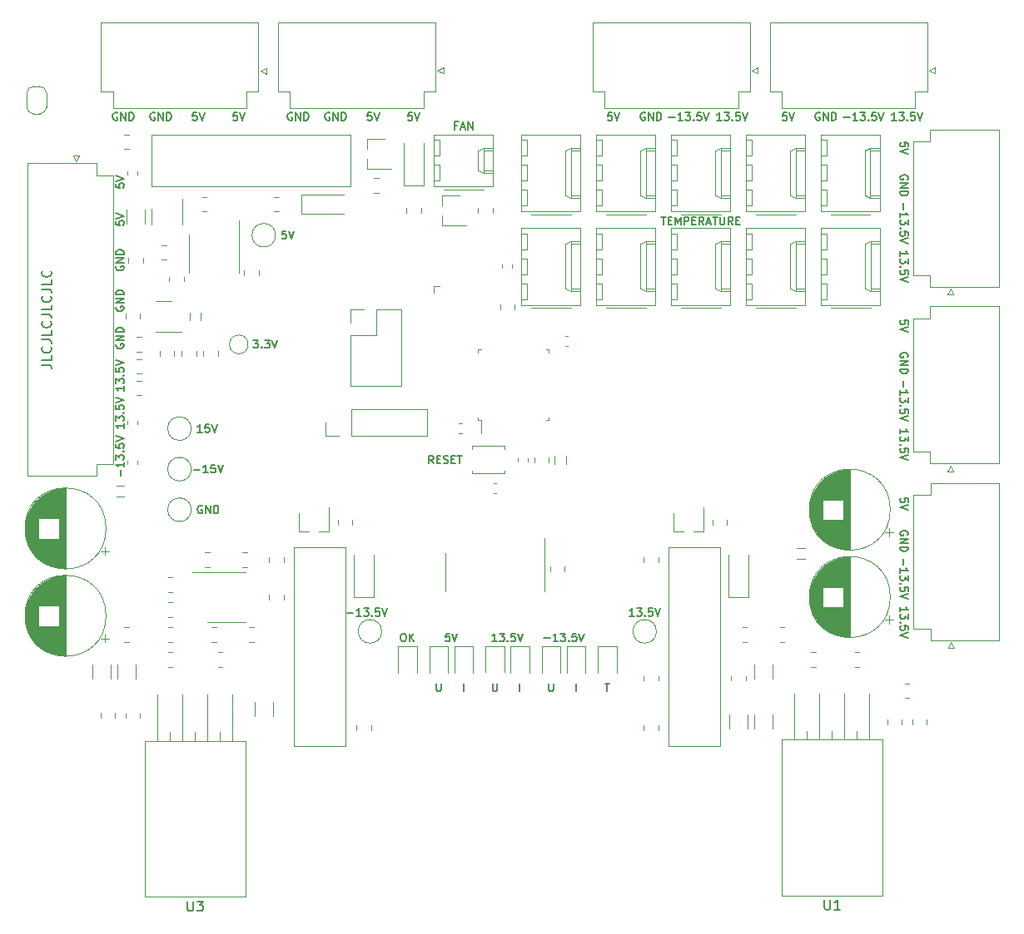
<source format=gbr>
%TF.GenerationSoftware,KiCad,Pcbnew,(5.99.0-11012-g5d9c1dd75a)*%
%TF.CreationDate,2021-06-14T21:45:01+02:00*%
%TF.ProjectId,Power-Supply,506f7765-722d-4537-9570-706c792e6b69,rev?*%
%TF.SameCoordinates,Original*%
%TF.FileFunction,Legend,Top*%
%TF.FilePolarity,Positive*%
%FSLAX46Y46*%
G04 Gerber Fmt 4.6, Leading zero omitted, Abs format (unit mm)*
G04 Created by KiCad (PCBNEW (5.99.0-11012-g5d9c1dd75a)) date 2021-06-14 21:45:01*
%MOMM*%
%LPD*%
G01*
G04 APERTURE LIST*
%ADD10C,0.150000*%
%ADD11C,0.120000*%
G04 APERTURE END LIST*
D10*
X109556904Y-83324880D02*
X109556904Y-83705833D01*
X109937857Y-83743928D01*
X109899761Y-83705833D01*
X109861666Y-83629642D01*
X109861666Y-83439166D01*
X109899761Y-83362976D01*
X109937857Y-83324880D01*
X110014047Y-83286785D01*
X110204523Y-83286785D01*
X110280714Y-83324880D01*
X110318809Y-83362976D01*
X110356904Y-83439166D01*
X110356904Y-83629642D01*
X110318809Y-83705833D01*
X110280714Y-83743928D01*
X109556904Y-83058214D02*
X110356904Y-82791547D01*
X109556904Y-82524880D01*
X109595000Y-87909523D02*
X109556904Y-87985714D01*
X109556904Y-88100000D01*
X109595000Y-88214285D01*
X109671190Y-88290476D01*
X109747380Y-88328571D01*
X109899761Y-88366666D01*
X110014047Y-88366666D01*
X110166428Y-88328571D01*
X110242619Y-88290476D01*
X110318809Y-88214285D01*
X110356904Y-88100000D01*
X110356904Y-88023809D01*
X110318809Y-87909523D01*
X110280714Y-87871428D01*
X110014047Y-87871428D01*
X110014047Y-88023809D01*
X110356904Y-87528571D02*
X109556904Y-87528571D01*
X110356904Y-87071428D01*
X109556904Y-87071428D01*
X110356904Y-86690476D02*
X109556904Y-86690476D01*
X109556904Y-86500000D01*
X109595000Y-86385714D01*
X109671190Y-86309523D01*
X109747380Y-86271428D01*
X109899761Y-86233333D01*
X110014047Y-86233333D01*
X110166428Y-86271428D01*
X110242619Y-86309523D01*
X110318809Y-86385714D01*
X110356904Y-86500000D01*
X110356904Y-86690476D01*
X109595000Y-95847023D02*
X109556904Y-95923214D01*
X109556904Y-96037500D01*
X109595000Y-96151785D01*
X109671190Y-96227976D01*
X109747380Y-96266071D01*
X109899761Y-96304166D01*
X110014047Y-96304166D01*
X110166428Y-96266071D01*
X110242619Y-96227976D01*
X110318809Y-96151785D01*
X110356904Y-96037500D01*
X110356904Y-95961309D01*
X110318809Y-95847023D01*
X110280714Y-95808928D01*
X110014047Y-95808928D01*
X110014047Y-95961309D01*
X110356904Y-95466071D02*
X109556904Y-95466071D01*
X110356904Y-95008928D01*
X109556904Y-95008928D01*
X110356904Y-94627976D02*
X109556904Y-94627976D01*
X109556904Y-94437500D01*
X109595000Y-94323214D01*
X109671190Y-94247023D01*
X109747380Y-94208928D01*
X109899761Y-94170833D01*
X110014047Y-94170833D01*
X110166428Y-94208928D01*
X110242619Y-94247023D01*
X110318809Y-94323214D01*
X110356904Y-94437500D01*
X110356904Y-94627976D01*
X110356904Y-103924166D02*
X110356904Y-104381309D01*
X110356904Y-104152738D02*
X109556904Y-104152738D01*
X109671190Y-104228928D01*
X109747380Y-104305119D01*
X109785476Y-104381309D01*
X109556904Y-103657500D02*
X109556904Y-103162261D01*
X109861666Y-103428928D01*
X109861666Y-103314642D01*
X109899761Y-103238452D01*
X109937857Y-103200357D01*
X110014047Y-103162261D01*
X110204523Y-103162261D01*
X110280714Y-103200357D01*
X110318809Y-103238452D01*
X110356904Y-103314642D01*
X110356904Y-103543214D01*
X110318809Y-103619404D01*
X110280714Y-103657500D01*
X110280714Y-102819404D02*
X110318809Y-102781309D01*
X110356904Y-102819404D01*
X110318809Y-102857500D01*
X110280714Y-102819404D01*
X110356904Y-102819404D01*
X109556904Y-102057500D02*
X109556904Y-102438452D01*
X109937857Y-102476547D01*
X109899761Y-102438452D01*
X109861666Y-102362261D01*
X109861666Y-102171785D01*
X109899761Y-102095595D01*
X109937857Y-102057500D01*
X110014047Y-102019404D01*
X110204523Y-102019404D01*
X110280714Y-102057500D01*
X110318809Y-102095595D01*
X110356904Y-102171785D01*
X110356904Y-102362261D01*
X110318809Y-102438452D01*
X110280714Y-102476547D01*
X109556904Y-101790833D02*
X110356904Y-101524166D01*
X109556904Y-101257500D01*
X110356904Y-100114166D02*
X110356904Y-100571309D01*
X110356904Y-100342738D02*
X109556904Y-100342738D01*
X109671190Y-100418928D01*
X109747380Y-100495119D01*
X109785476Y-100571309D01*
X109556904Y-99847500D02*
X109556904Y-99352261D01*
X109861666Y-99618928D01*
X109861666Y-99504642D01*
X109899761Y-99428452D01*
X109937857Y-99390357D01*
X110014047Y-99352261D01*
X110204523Y-99352261D01*
X110280714Y-99390357D01*
X110318809Y-99428452D01*
X110356904Y-99504642D01*
X110356904Y-99733214D01*
X110318809Y-99809404D01*
X110280714Y-99847500D01*
X110280714Y-99009404D02*
X110318809Y-98971309D01*
X110356904Y-99009404D01*
X110318809Y-99047500D01*
X110280714Y-99009404D01*
X110356904Y-99009404D01*
X109556904Y-98247500D02*
X109556904Y-98628452D01*
X109937857Y-98666547D01*
X109899761Y-98628452D01*
X109861666Y-98552261D01*
X109861666Y-98361785D01*
X109899761Y-98285595D01*
X109937857Y-98247500D01*
X110014047Y-98209404D01*
X110204523Y-98209404D01*
X110280714Y-98247500D01*
X110318809Y-98285595D01*
X110356904Y-98361785D01*
X110356904Y-98552261D01*
X110318809Y-98628452D01*
X110280714Y-98666547D01*
X109556904Y-97980833D02*
X110356904Y-97714166D01*
X109556904Y-97447500D01*
X109595000Y-92037023D02*
X109556904Y-92113214D01*
X109556904Y-92227500D01*
X109595000Y-92341785D01*
X109671190Y-92417976D01*
X109747380Y-92456071D01*
X109899761Y-92494166D01*
X110014047Y-92494166D01*
X110166428Y-92456071D01*
X110242619Y-92417976D01*
X110318809Y-92341785D01*
X110356904Y-92227500D01*
X110356904Y-92151309D01*
X110318809Y-92037023D01*
X110280714Y-91998928D01*
X110014047Y-91998928D01*
X110014047Y-92151309D01*
X110356904Y-91656071D02*
X109556904Y-91656071D01*
X110356904Y-91198928D01*
X109556904Y-91198928D01*
X110356904Y-90817976D02*
X109556904Y-90817976D01*
X109556904Y-90627500D01*
X109595000Y-90513214D01*
X109671190Y-90437023D01*
X109747380Y-90398928D01*
X109899761Y-90360833D01*
X110014047Y-90360833D01*
X110166428Y-90398928D01*
X110242619Y-90437023D01*
X110318809Y-90513214D01*
X110356904Y-90627500D01*
X110356904Y-90817976D01*
X110052142Y-109283452D02*
X110052142Y-108673928D01*
X110356904Y-107873928D02*
X110356904Y-108331071D01*
X110356904Y-108102500D02*
X109556904Y-108102500D01*
X109671190Y-108178690D01*
X109747380Y-108254880D01*
X109785476Y-108331071D01*
X109556904Y-107607261D02*
X109556904Y-107112023D01*
X109861666Y-107378690D01*
X109861666Y-107264404D01*
X109899761Y-107188214D01*
X109937857Y-107150119D01*
X110014047Y-107112023D01*
X110204523Y-107112023D01*
X110280714Y-107150119D01*
X110318809Y-107188214D01*
X110356904Y-107264404D01*
X110356904Y-107492976D01*
X110318809Y-107569166D01*
X110280714Y-107607261D01*
X110280714Y-106769166D02*
X110318809Y-106731071D01*
X110356904Y-106769166D01*
X110318809Y-106807261D01*
X110280714Y-106769166D01*
X110356904Y-106769166D01*
X109556904Y-106007261D02*
X109556904Y-106388214D01*
X109937857Y-106426309D01*
X109899761Y-106388214D01*
X109861666Y-106312023D01*
X109861666Y-106121547D01*
X109899761Y-106045357D01*
X109937857Y-106007261D01*
X110014047Y-105969166D01*
X110204523Y-105969166D01*
X110280714Y-106007261D01*
X110318809Y-106045357D01*
X110356904Y-106121547D01*
X110356904Y-106312023D01*
X110318809Y-106388214D01*
X110280714Y-106426309D01*
X109556904Y-105740595D02*
X110356904Y-105473928D01*
X109556904Y-105207261D01*
X109556904Y-79514880D02*
X109556904Y-79895833D01*
X109937857Y-79933928D01*
X109899761Y-79895833D01*
X109861666Y-79819642D01*
X109861666Y-79629166D01*
X109899761Y-79552976D01*
X109937857Y-79514880D01*
X110014047Y-79476785D01*
X110204523Y-79476785D01*
X110280714Y-79514880D01*
X110318809Y-79552976D01*
X110356904Y-79629166D01*
X110356904Y-79819642D01*
X110318809Y-79895833D01*
X110280714Y-79933928D01*
X109556904Y-79248214D02*
X110356904Y-78981547D01*
X109556904Y-78714880D01*
X189325595Y-123063333D02*
X189325595Y-122606190D01*
X189325595Y-122834761D02*
X190125595Y-122834761D01*
X190011309Y-122758571D01*
X189935119Y-122682380D01*
X189897023Y-122606190D01*
X190125595Y-123330000D02*
X190125595Y-123825238D01*
X189820833Y-123558571D01*
X189820833Y-123672857D01*
X189782738Y-123749047D01*
X189744642Y-123787142D01*
X189668452Y-123825238D01*
X189477976Y-123825238D01*
X189401785Y-123787142D01*
X189363690Y-123749047D01*
X189325595Y-123672857D01*
X189325595Y-123444285D01*
X189363690Y-123368095D01*
X189401785Y-123330000D01*
X189401785Y-124168095D02*
X189363690Y-124206190D01*
X189325595Y-124168095D01*
X189363690Y-124130000D01*
X189401785Y-124168095D01*
X189325595Y-124168095D01*
X190125595Y-124930000D02*
X190125595Y-124549047D01*
X189744642Y-124510952D01*
X189782738Y-124549047D01*
X189820833Y-124625238D01*
X189820833Y-124815714D01*
X189782738Y-124891904D01*
X189744642Y-124930000D01*
X189668452Y-124968095D01*
X189477976Y-124968095D01*
X189401785Y-124930000D01*
X189363690Y-124891904D01*
X189325595Y-124815714D01*
X189325595Y-124625238D01*
X189363690Y-124549047D01*
X189401785Y-124510952D01*
X190125595Y-125196666D02*
X189325595Y-125463333D01*
X190125595Y-125730000D01*
X190087500Y-115265476D02*
X190125595Y-115189285D01*
X190125595Y-115075000D01*
X190087500Y-114960714D01*
X190011309Y-114884523D01*
X189935119Y-114846428D01*
X189782738Y-114808333D01*
X189668452Y-114808333D01*
X189516071Y-114846428D01*
X189439880Y-114884523D01*
X189363690Y-114960714D01*
X189325595Y-115075000D01*
X189325595Y-115151190D01*
X189363690Y-115265476D01*
X189401785Y-115303571D01*
X189668452Y-115303571D01*
X189668452Y-115151190D01*
X189325595Y-115646428D02*
X190125595Y-115646428D01*
X189325595Y-116103571D01*
X190125595Y-116103571D01*
X189325595Y-116484523D02*
X190125595Y-116484523D01*
X190125595Y-116675000D01*
X190087500Y-116789285D01*
X190011309Y-116865476D01*
X189935119Y-116903571D01*
X189782738Y-116941666D01*
X189668452Y-116941666D01*
X189516071Y-116903571D01*
X189439880Y-116865476D01*
X189363690Y-116789285D01*
X189325595Y-116675000D01*
X189325595Y-116484523D01*
X189630357Y-117704047D02*
X189630357Y-118313571D01*
X189325595Y-119113571D02*
X189325595Y-118656428D01*
X189325595Y-118885000D02*
X190125595Y-118885000D01*
X190011309Y-118808809D01*
X189935119Y-118732619D01*
X189897023Y-118656428D01*
X190125595Y-119380238D02*
X190125595Y-119875476D01*
X189820833Y-119608809D01*
X189820833Y-119723095D01*
X189782738Y-119799285D01*
X189744642Y-119837380D01*
X189668452Y-119875476D01*
X189477976Y-119875476D01*
X189401785Y-119837380D01*
X189363690Y-119799285D01*
X189325595Y-119723095D01*
X189325595Y-119494523D01*
X189363690Y-119418333D01*
X189401785Y-119380238D01*
X189401785Y-120218333D02*
X189363690Y-120256428D01*
X189325595Y-120218333D01*
X189363690Y-120180238D01*
X189401785Y-120218333D01*
X189325595Y-120218333D01*
X190125595Y-120980238D02*
X190125595Y-120599285D01*
X189744642Y-120561190D01*
X189782738Y-120599285D01*
X189820833Y-120675476D01*
X189820833Y-120865952D01*
X189782738Y-120942142D01*
X189744642Y-120980238D01*
X189668452Y-121018333D01*
X189477976Y-121018333D01*
X189401785Y-120980238D01*
X189363690Y-120942142D01*
X189325595Y-120865952D01*
X189325595Y-120675476D01*
X189363690Y-120599285D01*
X189401785Y-120561190D01*
X190125595Y-121246904D02*
X189325595Y-121513571D01*
X190125595Y-121780238D01*
X190125595Y-111912619D02*
X190125595Y-111531666D01*
X189744642Y-111493571D01*
X189782738Y-111531666D01*
X189820833Y-111607857D01*
X189820833Y-111798333D01*
X189782738Y-111874523D01*
X189744642Y-111912619D01*
X189668452Y-111950714D01*
X189477976Y-111950714D01*
X189401785Y-111912619D01*
X189363690Y-111874523D01*
X189325595Y-111798333D01*
X189325595Y-111607857D01*
X189363690Y-111531666D01*
X189401785Y-111493571D01*
X190125595Y-112179285D02*
X189325595Y-112445952D01*
X190125595Y-112712619D01*
X189325595Y-104965833D02*
X189325595Y-104508690D01*
X189325595Y-104737261D02*
X190125595Y-104737261D01*
X190011309Y-104661071D01*
X189935119Y-104584880D01*
X189897023Y-104508690D01*
X190125595Y-105232500D02*
X190125595Y-105727738D01*
X189820833Y-105461071D01*
X189820833Y-105575357D01*
X189782738Y-105651547D01*
X189744642Y-105689642D01*
X189668452Y-105727738D01*
X189477976Y-105727738D01*
X189401785Y-105689642D01*
X189363690Y-105651547D01*
X189325595Y-105575357D01*
X189325595Y-105346785D01*
X189363690Y-105270595D01*
X189401785Y-105232500D01*
X189401785Y-106070595D02*
X189363690Y-106108690D01*
X189325595Y-106070595D01*
X189363690Y-106032500D01*
X189401785Y-106070595D01*
X189325595Y-106070595D01*
X190125595Y-106832500D02*
X190125595Y-106451547D01*
X189744642Y-106413452D01*
X189782738Y-106451547D01*
X189820833Y-106527738D01*
X189820833Y-106718214D01*
X189782738Y-106794404D01*
X189744642Y-106832500D01*
X189668452Y-106870595D01*
X189477976Y-106870595D01*
X189401785Y-106832500D01*
X189363690Y-106794404D01*
X189325595Y-106718214D01*
X189325595Y-106527738D01*
X189363690Y-106451547D01*
X189401785Y-106413452D01*
X190125595Y-107099166D02*
X189325595Y-107365833D01*
X190125595Y-107632500D01*
X190087500Y-97167976D02*
X190125595Y-97091785D01*
X190125595Y-96977500D01*
X190087500Y-96863214D01*
X190011309Y-96787023D01*
X189935119Y-96748928D01*
X189782738Y-96710833D01*
X189668452Y-96710833D01*
X189516071Y-96748928D01*
X189439880Y-96787023D01*
X189363690Y-96863214D01*
X189325595Y-96977500D01*
X189325595Y-97053690D01*
X189363690Y-97167976D01*
X189401785Y-97206071D01*
X189668452Y-97206071D01*
X189668452Y-97053690D01*
X189325595Y-97548928D02*
X190125595Y-97548928D01*
X189325595Y-98006071D01*
X190125595Y-98006071D01*
X189325595Y-98387023D02*
X190125595Y-98387023D01*
X190125595Y-98577500D01*
X190087500Y-98691785D01*
X190011309Y-98767976D01*
X189935119Y-98806071D01*
X189782738Y-98844166D01*
X189668452Y-98844166D01*
X189516071Y-98806071D01*
X189439880Y-98767976D01*
X189363690Y-98691785D01*
X189325595Y-98577500D01*
X189325595Y-98387023D01*
X189630357Y-99606547D02*
X189630357Y-100216071D01*
X189325595Y-101016071D02*
X189325595Y-100558928D01*
X189325595Y-100787500D02*
X190125595Y-100787500D01*
X190011309Y-100711309D01*
X189935119Y-100635119D01*
X189897023Y-100558928D01*
X190125595Y-101282738D02*
X190125595Y-101777976D01*
X189820833Y-101511309D01*
X189820833Y-101625595D01*
X189782738Y-101701785D01*
X189744642Y-101739880D01*
X189668452Y-101777976D01*
X189477976Y-101777976D01*
X189401785Y-101739880D01*
X189363690Y-101701785D01*
X189325595Y-101625595D01*
X189325595Y-101397023D01*
X189363690Y-101320833D01*
X189401785Y-101282738D01*
X189401785Y-102120833D02*
X189363690Y-102158928D01*
X189325595Y-102120833D01*
X189363690Y-102082738D01*
X189401785Y-102120833D01*
X189325595Y-102120833D01*
X190125595Y-102882738D02*
X190125595Y-102501785D01*
X189744642Y-102463690D01*
X189782738Y-102501785D01*
X189820833Y-102577976D01*
X189820833Y-102768452D01*
X189782738Y-102844642D01*
X189744642Y-102882738D01*
X189668452Y-102920833D01*
X189477976Y-102920833D01*
X189401785Y-102882738D01*
X189363690Y-102844642D01*
X189325595Y-102768452D01*
X189325595Y-102577976D01*
X189363690Y-102501785D01*
X189401785Y-102463690D01*
X190125595Y-103149404D02*
X189325595Y-103416071D01*
X190125595Y-103682738D01*
X190125595Y-93815119D02*
X190125595Y-93434166D01*
X189744642Y-93396071D01*
X189782738Y-93434166D01*
X189820833Y-93510357D01*
X189820833Y-93700833D01*
X189782738Y-93777023D01*
X189744642Y-93815119D01*
X189668452Y-93853214D01*
X189477976Y-93853214D01*
X189401785Y-93815119D01*
X189363690Y-93777023D01*
X189325595Y-93700833D01*
X189325595Y-93510357D01*
X189363690Y-93434166D01*
X189401785Y-93396071D01*
X190125595Y-94081785D02*
X189325595Y-94348452D01*
X190125595Y-94615119D01*
X189325595Y-86868333D02*
X189325595Y-86411190D01*
X189325595Y-86639761D02*
X190125595Y-86639761D01*
X190011309Y-86563571D01*
X189935119Y-86487380D01*
X189897023Y-86411190D01*
X190125595Y-87135000D02*
X190125595Y-87630238D01*
X189820833Y-87363571D01*
X189820833Y-87477857D01*
X189782738Y-87554047D01*
X189744642Y-87592142D01*
X189668452Y-87630238D01*
X189477976Y-87630238D01*
X189401785Y-87592142D01*
X189363690Y-87554047D01*
X189325595Y-87477857D01*
X189325595Y-87249285D01*
X189363690Y-87173095D01*
X189401785Y-87135000D01*
X189401785Y-87973095D02*
X189363690Y-88011190D01*
X189325595Y-87973095D01*
X189363690Y-87935000D01*
X189401785Y-87973095D01*
X189325595Y-87973095D01*
X190125595Y-88735000D02*
X190125595Y-88354047D01*
X189744642Y-88315952D01*
X189782738Y-88354047D01*
X189820833Y-88430238D01*
X189820833Y-88620714D01*
X189782738Y-88696904D01*
X189744642Y-88735000D01*
X189668452Y-88773095D01*
X189477976Y-88773095D01*
X189401785Y-88735000D01*
X189363690Y-88696904D01*
X189325595Y-88620714D01*
X189325595Y-88430238D01*
X189363690Y-88354047D01*
X189401785Y-88315952D01*
X190125595Y-89001666D02*
X189325595Y-89268333D01*
X190125595Y-89535000D01*
X190087500Y-79070476D02*
X190125595Y-78994285D01*
X190125595Y-78880000D01*
X190087500Y-78765714D01*
X190011309Y-78689523D01*
X189935119Y-78651428D01*
X189782738Y-78613333D01*
X189668452Y-78613333D01*
X189516071Y-78651428D01*
X189439880Y-78689523D01*
X189363690Y-78765714D01*
X189325595Y-78880000D01*
X189325595Y-78956190D01*
X189363690Y-79070476D01*
X189401785Y-79108571D01*
X189668452Y-79108571D01*
X189668452Y-78956190D01*
X189325595Y-79451428D02*
X190125595Y-79451428D01*
X189325595Y-79908571D01*
X190125595Y-79908571D01*
X189325595Y-80289523D02*
X190125595Y-80289523D01*
X190125595Y-80480000D01*
X190087500Y-80594285D01*
X190011309Y-80670476D01*
X189935119Y-80708571D01*
X189782738Y-80746666D01*
X189668452Y-80746666D01*
X189516071Y-80708571D01*
X189439880Y-80670476D01*
X189363690Y-80594285D01*
X189325595Y-80480000D01*
X189325595Y-80289523D01*
X189630357Y-81509047D02*
X189630357Y-82118571D01*
X189325595Y-82918571D02*
X189325595Y-82461428D01*
X189325595Y-82690000D02*
X190125595Y-82690000D01*
X190011309Y-82613809D01*
X189935119Y-82537619D01*
X189897023Y-82461428D01*
X190125595Y-83185238D02*
X190125595Y-83680476D01*
X189820833Y-83413809D01*
X189820833Y-83528095D01*
X189782738Y-83604285D01*
X189744642Y-83642380D01*
X189668452Y-83680476D01*
X189477976Y-83680476D01*
X189401785Y-83642380D01*
X189363690Y-83604285D01*
X189325595Y-83528095D01*
X189325595Y-83299523D01*
X189363690Y-83223333D01*
X189401785Y-83185238D01*
X189401785Y-84023333D02*
X189363690Y-84061428D01*
X189325595Y-84023333D01*
X189363690Y-83985238D01*
X189401785Y-84023333D01*
X189325595Y-84023333D01*
X190125595Y-84785238D02*
X190125595Y-84404285D01*
X189744642Y-84366190D01*
X189782738Y-84404285D01*
X189820833Y-84480476D01*
X189820833Y-84670952D01*
X189782738Y-84747142D01*
X189744642Y-84785238D01*
X189668452Y-84823333D01*
X189477976Y-84823333D01*
X189401785Y-84785238D01*
X189363690Y-84747142D01*
X189325595Y-84670952D01*
X189325595Y-84480476D01*
X189363690Y-84404285D01*
X189401785Y-84366190D01*
X190125595Y-85051904D02*
X189325595Y-85318571D01*
X190125595Y-85585238D01*
X190125595Y-75717619D02*
X190125595Y-75336666D01*
X189744642Y-75298571D01*
X189782738Y-75336666D01*
X189820833Y-75412857D01*
X189820833Y-75603333D01*
X189782738Y-75679523D01*
X189744642Y-75717619D01*
X189668452Y-75755714D01*
X189477976Y-75755714D01*
X189401785Y-75717619D01*
X189363690Y-75679523D01*
X189325595Y-75603333D01*
X189325595Y-75412857D01*
X189363690Y-75336666D01*
X189401785Y-75298571D01*
X190125595Y-75984285D02*
X189325595Y-76250952D01*
X190125595Y-76517619D01*
X188938333Y-73056904D02*
X188481190Y-73056904D01*
X188709761Y-73056904D02*
X188709761Y-72256904D01*
X188633571Y-72371190D01*
X188557380Y-72447380D01*
X188481190Y-72485476D01*
X189205000Y-72256904D02*
X189700238Y-72256904D01*
X189433571Y-72561666D01*
X189547857Y-72561666D01*
X189624047Y-72599761D01*
X189662142Y-72637857D01*
X189700238Y-72714047D01*
X189700238Y-72904523D01*
X189662142Y-72980714D01*
X189624047Y-73018809D01*
X189547857Y-73056904D01*
X189319285Y-73056904D01*
X189243095Y-73018809D01*
X189205000Y-72980714D01*
X190043095Y-72980714D02*
X190081190Y-73018809D01*
X190043095Y-73056904D01*
X190005000Y-73018809D01*
X190043095Y-72980714D01*
X190043095Y-73056904D01*
X190805000Y-72256904D02*
X190424047Y-72256904D01*
X190385952Y-72637857D01*
X190424047Y-72599761D01*
X190500238Y-72561666D01*
X190690714Y-72561666D01*
X190766904Y-72599761D01*
X190805000Y-72637857D01*
X190843095Y-72714047D01*
X190843095Y-72904523D01*
X190805000Y-72980714D01*
X190766904Y-73018809D01*
X190690714Y-73056904D01*
X190500238Y-73056904D01*
X190424047Y-73018809D01*
X190385952Y-72980714D01*
X191071666Y-72256904D02*
X191338333Y-73056904D01*
X191605000Y-72256904D01*
X181140476Y-72295000D02*
X181064285Y-72256904D01*
X180950000Y-72256904D01*
X180835714Y-72295000D01*
X180759523Y-72371190D01*
X180721428Y-72447380D01*
X180683333Y-72599761D01*
X180683333Y-72714047D01*
X180721428Y-72866428D01*
X180759523Y-72942619D01*
X180835714Y-73018809D01*
X180950000Y-73056904D01*
X181026190Y-73056904D01*
X181140476Y-73018809D01*
X181178571Y-72980714D01*
X181178571Y-72714047D01*
X181026190Y-72714047D01*
X181521428Y-73056904D02*
X181521428Y-72256904D01*
X181978571Y-73056904D01*
X181978571Y-72256904D01*
X182359523Y-73056904D02*
X182359523Y-72256904D01*
X182550000Y-72256904D01*
X182664285Y-72295000D01*
X182740476Y-72371190D01*
X182778571Y-72447380D01*
X182816666Y-72599761D01*
X182816666Y-72714047D01*
X182778571Y-72866428D01*
X182740476Y-72942619D01*
X182664285Y-73018809D01*
X182550000Y-73056904D01*
X182359523Y-73056904D01*
X183579047Y-72752142D02*
X184188571Y-72752142D01*
X184988571Y-73056904D02*
X184531428Y-73056904D01*
X184760000Y-73056904D02*
X184760000Y-72256904D01*
X184683809Y-72371190D01*
X184607619Y-72447380D01*
X184531428Y-72485476D01*
X185255238Y-72256904D02*
X185750476Y-72256904D01*
X185483809Y-72561666D01*
X185598095Y-72561666D01*
X185674285Y-72599761D01*
X185712380Y-72637857D01*
X185750476Y-72714047D01*
X185750476Y-72904523D01*
X185712380Y-72980714D01*
X185674285Y-73018809D01*
X185598095Y-73056904D01*
X185369523Y-73056904D01*
X185293333Y-73018809D01*
X185255238Y-72980714D01*
X186093333Y-72980714D02*
X186131428Y-73018809D01*
X186093333Y-73056904D01*
X186055238Y-73018809D01*
X186093333Y-72980714D01*
X186093333Y-73056904D01*
X186855238Y-72256904D02*
X186474285Y-72256904D01*
X186436190Y-72637857D01*
X186474285Y-72599761D01*
X186550476Y-72561666D01*
X186740952Y-72561666D01*
X186817142Y-72599761D01*
X186855238Y-72637857D01*
X186893333Y-72714047D01*
X186893333Y-72904523D01*
X186855238Y-72980714D01*
X186817142Y-73018809D01*
X186740952Y-73056904D01*
X186550476Y-73056904D01*
X186474285Y-73018809D01*
X186436190Y-72980714D01*
X187121904Y-72256904D02*
X187388571Y-73056904D01*
X187655238Y-72256904D01*
X177787619Y-72256904D02*
X177406666Y-72256904D01*
X177368571Y-72637857D01*
X177406666Y-72599761D01*
X177482857Y-72561666D01*
X177673333Y-72561666D01*
X177749523Y-72599761D01*
X177787619Y-72637857D01*
X177825714Y-72714047D01*
X177825714Y-72904523D01*
X177787619Y-72980714D01*
X177749523Y-73018809D01*
X177673333Y-73056904D01*
X177482857Y-73056904D01*
X177406666Y-73018809D01*
X177368571Y-72980714D01*
X178054285Y-72256904D02*
X178320952Y-73056904D01*
X178587619Y-72256904D01*
X160007619Y-72256904D02*
X159626666Y-72256904D01*
X159588571Y-72637857D01*
X159626666Y-72599761D01*
X159702857Y-72561666D01*
X159893333Y-72561666D01*
X159969523Y-72599761D01*
X160007619Y-72637857D01*
X160045714Y-72714047D01*
X160045714Y-72904523D01*
X160007619Y-72980714D01*
X159969523Y-73018809D01*
X159893333Y-73056904D01*
X159702857Y-73056904D01*
X159626666Y-73018809D01*
X159588571Y-72980714D01*
X160274285Y-72256904D02*
X160540952Y-73056904D01*
X160807619Y-72256904D01*
X165799047Y-72752142D02*
X166408571Y-72752142D01*
X167208571Y-73056904D02*
X166751428Y-73056904D01*
X166980000Y-73056904D02*
X166980000Y-72256904D01*
X166903809Y-72371190D01*
X166827619Y-72447380D01*
X166751428Y-72485476D01*
X167475238Y-72256904D02*
X167970476Y-72256904D01*
X167703809Y-72561666D01*
X167818095Y-72561666D01*
X167894285Y-72599761D01*
X167932380Y-72637857D01*
X167970476Y-72714047D01*
X167970476Y-72904523D01*
X167932380Y-72980714D01*
X167894285Y-73018809D01*
X167818095Y-73056904D01*
X167589523Y-73056904D01*
X167513333Y-73018809D01*
X167475238Y-72980714D01*
X168313333Y-72980714D02*
X168351428Y-73018809D01*
X168313333Y-73056904D01*
X168275238Y-73018809D01*
X168313333Y-72980714D01*
X168313333Y-73056904D01*
X169075238Y-72256904D02*
X168694285Y-72256904D01*
X168656190Y-72637857D01*
X168694285Y-72599761D01*
X168770476Y-72561666D01*
X168960952Y-72561666D01*
X169037142Y-72599761D01*
X169075238Y-72637857D01*
X169113333Y-72714047D01*
X169113333Y-72904523D01*
X169075238Y-72980714D01*
X169037142Y-73018809D01*
X168960952Y-73056904D01*
X168770476Y-73056904D01*
X168694285Y-73018809D01*
X168656190Y-72980714D01*
X169341904Y-72256904D02*
X169608571Y-73056904D01*
X169875238Y-72256904D01*
X163360476Y-72295000D02*
X163284285Y-72256904D01*
X163170000Y-72256904D01*
X163055714Y-72295000D01*
X162979523Y-72371190D01*
X162941428Y-72447380D01*
X162903333Y-72599761D01*
X162903333Y-72714047D01*
X162941428Y-72866428D01*
X162979523Y-72942619D01*
X163055714Y-73018809D01*
X163170000Y-73056904D01*
X163246190Y-73056904D01*
X163360476Y-73018809D01*
X163398571Y-72980714D01*
X163398571Y-72714047D01*
X163246190Y-72714047D01*
X163741428Y-73056904D02*
X163741428Y-72256904D01*
X164198571Y-73056904D01*
X164198571Y-72256904D01*
X164579523Y-73056904D02*
X164579523Y-72256904D01*
X164770000Y-72256904D01*
X164884285Y-72295000D01*
X164960476Y-72371190D01*
X164998571Y-72447380D01*
X165036666Y-72599761D01*
X165036666Y-72714047D01*
X164998571Y-72866428D01*
X164960476Y-72942619D01*
X164884285Y-73018809D01*
X164770000Y-73056904D01*
X164579523Y-73056904D01*
X171158333Y-73056904D02*
X170701190Y-73056904D01*
X170929761Y-73056904D02*
X170929761Y-72256904D01*
X170853571Y-72371190D01*
X170777380Y-72447380D01*
X170701190Y-72485476D01*
X171425000Y-72256904D02*
X171920238Y-72256904D01*
X171653571Y-72561666D01*
X171767857Y-72561666D01*
X171844047Y-72599761D01*
X171882142Y-72637857D01*
X171920238Y-72714047D01*
X171920238Y-72904523D01*
X171882142Y-72980714D01*
X171844047Y-73018809D01*
X171767857Y-73056904D01*
X171539285Y-73056904D01*
X171463095Y-73018809D01*
X171425000Y-72980714D01*
X172263095Y-72980714D02*
X172301190Y-73018809D01*
X172263095Y-73056904D01*
X172225000Y-73018809D01*
X172263095Y-72980714D01*
X172263095Y-73056904D01*
X173025000Y-72256904D02*
X172644047Y-72256904D01*
X172605952Y-72637857D01*
X172644047Y-72599761D01*
X172720238Y-72561666D01*
X172910714Y-72561666D01*
X172986904Y-72599761D01*
X173025000Y-72637857D01*
X173063095Y-72714047D01*
X173063095Y-72904523D01*
X173025000Y-72980714D01*
X172986904Y-73018809D01*
X172910714Y-73056904D01*
X172720238Y-73056904D01*
X172644047Y-73018809D01*
X172605952Y-72980714D01*
X173291666Y-72256904D02*
X173558333Y-73056904D01*
X173825000Y-72256904D01*
X127482976Y-72295000D02*
X127406785Y-72256904D01*
X127292500Y-72256904D01*
X127178214Y-72295000D01*
X127102023Y-72371190D01*
X127063928Y-72447380D01*
X127025833Y-72599761D01*
X127025833Y-72714047D01*
X127063928Y-72866428D01*
X127102023Y-72942619D01*
X127178214Y-73018809D01*
X127292500Y-73056904D01*
X127368690Y-73056904D01*
X127482976Y-73018809D01*
X127521071Y-72980714D01*
X127521071Y-72714047D01*
X127368690Y-72714047D01*
X127863928Y-73056904D02*
X127863928Y-72256904D01*
X128321071Y-73056904D01*
X128321071Y-72256904D01*
X128702023Y-73056904D02*
X128702023Y-72256904D01*
X128892500Y-72256904D01*
X129006785Y-72295000D01*
X129082976Y-72371190D01*
X129121071Y-72447380D01*
X129159166Y-72599761D01*
X129159166Y-72714047D01*
X129121071Y-72866428D01*
X129082976Y-72942619D01*
X129006785Y-73018809D01*
X128892500Y-73056904D01*
X128702023Y-73056904D01*
X135560119Y-72256904D02*
X135179166Y-72256904D01*
X135141071Y-72637857D01*
X135179166Y-72599761D01*
X135255357Y-72561666D01*
X135445833Y-72561666D01*
X135522023Y-72599761D01*
X135560119Y-72637857D01*
X135598214Y-72714047D01*
X135598214Y-72904523D01*
X135560119Y-72980714D01*
X135522023Y-73018809D01*
X135445833Y-73056904D01*
X135255357Y-73056904D01*
X135179166Y-73018809D01*
X135141071Y-72980714D01*
X135826785Y-72256904D02*
X136093452Y-73056904D01*
X136360119Y-72256904D01*
X131292976Y-72295000D02*
X131216785Y-72256904D01*
X131102500Y-72256904D01*
X130988214Y-72295000D01*
X130912023Y-72371190D01*
X130873928Y-72447380D01*
X130835833Y-72599761D01*
X130835833Y-72714047D01*
X130873928Y-72866428D01*
X130912023Y-72942619D01*
X130988214Y-73018809D01*
X131102500Y-73056904D01*
X131178690Y-73056904D01*
X131292976Y-73018809D01*
X131331071Y-72980714D01*
X131331071Y-72714047D01*
X131178690Y-72714047D01*
X131673928Y-73056904D02*
X131673928Y-72256904D01*
X132131071Y-73056904D01*
X132131071Y-72256904D01*
X132512023Y-73056904D02*
X132512023Y-72256904D01*
X132702500Y-72256904D01*
X132816785Y-72295000D01*
X132892976Y-72371190D01*
X132931071Y-72447380D01*
X132969166Y-72599761D01*
X132969166Y-72714047D01*
X132931071Y-72866428D01*
X132892976Y-72942619D01*
X132816785Y-73018809D01*
X132702500Y-73056904D01*
X132512023Y-73056904D01*
X139687619Y-72256904D02*
X139306666Y-72256904D01*
X139268571Y-72637857D01*
X139306666Y-72599761D01*
X139382857Y-72561666D01*
X139573333Y-72561666D01*
X139649523Y-72599761D01*
X139687619Y-72637857D01*
X139725714Y-72714047D01*
X139725714Y-72904523D01*
X139687619Y-72980714D01*
X139649523Y-73018809D01*
X139573333Y-73056904D01*
X139382857Y-73056904D01*
X139306666Y-73018809D01*
X139268571Y-72980714D01*
X139954285Y-72256904D02*
X140220952Y-73056904D01*
X140487619Y-72256904D01*
X117780119Y-72256904D02*
X117399166Y-72256904D01*
X117361071Y-72637857D01*
X117399166Y-72599761D01*
X117475357Y-72561666D01*
X117665833Y-72561666D01*
X117742023Y-72599761D01*
X117780119Y-72637857D01*
X117818214Y-72714047D01*
X117818214Y-72904523D01*
X117780119Y-72980714D01*
X117742023Y-73018809D01*
X117665833Y-73056904D01*
X117475357Y-73056904D01*
X117399166Y-73018809D01*
X117361071Y-72980714D01*
X118046785Y-72256904D02*
X118313452Y-73056904D01*
X118580119Y-72256904D01*
X113512976Y-72295000D02*
X113436785Y-72256904D01*
X113322500Y-72256904D01*
X113208214Y-72295000D01*
X113132023Y-72371190D01*
X113093928Y-72447380D01*
X113055833Y-72599761D01*
X113055833Y-72714047D01*
X113093928Y-72866428D01*
X113132023Y-72942619D01*
X113208214Y-73018809D01*
X113322500Y-73056904D01*
X113398690Y-73056904D01*
X113512976Y-73018809D01*
X113551071Y-72980714D01*
X113551071Y-72714047D01*
X113398690Y-72714047D01*
X113893928Y-73056904D02*
X113893928Y-72256904D01*
X114351071Y-73056904D01*
X114351071Y-72256904D01*
X114732023Y-73056904D02*
X114732023Y-72256904D01*
X114922500Y-72256904D01*
X115036785Y-72295000D01*
X115112976Y-72371190D01*
X115151071Y-72447380D01*
X115189166Y-72599761D01*
X115189166Y-72714047D01*
X115151071Y-72866428D01*
X115112976Y-72942619D01*
X115036785Y-73018809D01*
X114922500Y-73056904D01*
X114732023Y-73056904D01*
X109702976Y-72295000D02*
X109626785Y-72256904D01*
X109512500Y-72256904D01*
X109398214Y-72295000D01*
X109322023Y-72371190D01*
X109283928Y-72447380D01*
X109245833Y-72599761D01*
X109245833Y-72714047D01*
X109283928Y-72866428D01*
X109322023Y-72942619D01*
X109398214Y-73018809D01*
X109512500Y-73056904D01*
X109588690Y-73056904D01*
X109702976Y-73018809D01*
X109741071Y-72980714D01*
X109741071Y-72714047D01*
X109588690Y-72714047D01*
X110083928Y-73056904D02*
X110083928Y-72256904D01*
X110541071Y-73056904D01*
X110541071Y-72256904D01*
X110922023Y-73056904D02*
X110922023Y-72256904D01*
X111112500Y-72256904D01*
X111226785Y-72295000D01*
X111302976Y-72371190D01*
X111341071Y-72447380D01*
X111379166Y-72599761D01*
X111379166Y-72714047D01*
X111341071Y-72866428D01*
X111302976Y-72942619D01*
X111226785Y-73018809D01*
X111112500Y-73056904D01*
X110922023Y-73056904D01*
X121907619Y-72256904D02*
X121526666Y-72256904D01*
X121488571Y-72637857D01*
X121526666Y-72599761D01*
X121602857Y-72561666D01*
X121793333Y-72561666D01*
X121869523Y-72599761D01*
X121907619Y-72637857D01*
X121945714Y-72714047D01*
X121945714Y-72904523D01*
X121907619Y-72980714D01*
X121869523Y-73018809D01*
X121793333Y-73056904D01*
X121602857Y-73056904D01*
X121526666Y-73018809D01*
X121488571Y-72980714D01*
X122174285Y-72256904D02*
X122440952Y-73056904D01*
X122707619Y-72256904D01*
X165011904Y-82893154D02*
X165469047Y-82893154D01*
X165240476Y-83693154D02*
X165240476Y-82893154D01*
X165735714Y-83274107D02*
X166002380Y-83274107D01*
X166116666Y-83693154D02*
X165735714Y-83693154D01*
X165735714Y-82893154D01*
X166116666Y-82893154D01*
X166459523Y-83693154D02*
X166459523Y-82893154D01*
X166726190Y-83464583D01*
X166992857Y-82893154D01*
X166992857Y-83693154D01*
X167373809Y-83693154D02*
X167373809Y-82893154D01*
X167678571Y-82893154D01*
X167754761Y-82931250D01*
X167792857Y-82969345D01*
X167830952Y-83045535D01*
X167830952Y-83159821D01*
X167792857Y-83236011D01*
X167754761Y-83274107D01*
X167678571Y-83312202D01*
X167373809Y-83312202D01*
X168173809Y-83274107D02*
X168440476Y-83274107D01*
X168554761Y-83693154D02*
X168173809Y-83693154D01*
X168173809Y-82893154D01*
X168554761Y-82893154D01*
X169354761Y-83693154D02*
X169088095Y-83312202D01*
X168897619Y-83693154D02*
X168897619Y-82893154D01*
X169202380Y-82893154D01*
X169278571Y-82931250D01*
X169316666Y-82969345D01*
X169354761Y-83045535D01*
X169354761Y-83159821D01*
X169316666Y-83236011D01*
X169278571Y-83274107D01*
X169202380Y-83312202D01*
X168897619Y-83312202D01*
X169659523Y-83464583D02*
X170040476Y-83464583D01*
X169583333Y-83693154D02*
X169850000Y-82893154D01*
X170116666Y-83693154D01*
X170269047Y-82893154D02*
X170726190Y-82893154D01*
X170497619Y-83693154D02*
X170497619Y-82893154D01*
X170992857Y-82893154D02*
X170992857Y-83540773D01*
X171030952Y-83616964D01*
X171069047Y-83655059D01*
X171145238Y-83693154D01*
X171297619Y-83693154D01*
X171373809Y-83655059D01*
X171411904Y-83616964D01*
X171450000Y-83540773D01*
X171450000Y-82893154D01*
X172288095Y-83693154D02*
X172021428Y-83312202D01*
X171830952Y-83693154D02*
X171830952Y-82893154D01*
X172135714Y-82893154D01*
X172211904Y-82931250D01*
X172250000Y-82969345D01*
X172288095Y-83045535D01*
X172288095Y-83159821D01*
X172250000Y-83236011D01*
X172211904Y-83274107D01*
X172135714Y-83312202D01*
X171830952Y-83312202D01*
X172630952Y-83274107D02*
X172897619Y-83274107D01*
X173011904Y-83693154D02*
X172630952Y-83693154D01*
X172630952Y-82893154D01*
X173011904Y-82893154D01*
X144272380Y-73590357D02*
X144005714Y-73590357D01*
X144005714Y-74009404D02*
X144005714Y-73209404D01*
X144386666Y-73209404D01*
X144653333Y-73780833D02*
X145034285Y-73780833D01*
X144577142Y-74009404D02*
X144843809Y-73209404D01*
X145110476Y-74009404D01*
X145377142Y-74009404D02*
X145377142Y-73209404D01*
X145834285Y-74009404D01*
X145834285Y-73209404D01*
X141851071Y-107981904D02*
X141584404Y-107600952D01*
X141393928Y-107981904D02*
X141393928Y-107181904D01*
X141698690Y-107181904D01*
X141774880Y-107220000D01*
X141812976Y-107258095D01*
X141851071Y-107334285D01*
X141851071Y-107448571D01*
X141812976Y-107524761D01*
X141774880Y-107562857D01*
X141698690Y-107600952D01*
X141393928Y-107600952D01*
X142193928Y-107562857D02*
X142460595Y-107562857D01*
X142574880Y-107981904D02*
X142193928Y-107981904D01*
X142193928Y-107181904D01*
X142574880Y-107181904D01*
X142879642Y-107943809D02*
X142993928Y-107981904D01*
X143184404Y-107981904D01*
X143260595Y-107943809D01*
X143298690Y-107905714D01*
X143336785Y-107829523D01*
X143336785Y-107753333D01*
X143298690Y-107677142D01*
X143260595Y-107639047D01*
X143184404Y-107600952D01*
X143032023Y-107562857D01*
X142955833Y-107524761D01*
X142917738Y-107486666D01*
X142879642Y-107410476D01*
X142879642Y-107334285D01*
X142917738Y-107258095D01*
X142955833Y-107220000D01*
X143032023Y-107181904D01*
X143222500Y-107181904D01*
X143336785Y-107220000D01*
X143679642Y-107562857D02*
X143946309Y-107562857D01*
X144060595Y-107981904D02*
X143679642Y-107981904D01*
X143679642Y-107181904D01*
X144060595Y-107181904D01*
X144289166Y-107181904D02*
X144746309Y-107181904D01*
X144517738Y-107981904D02*
X144517738Y-107181904D01*
X118322023Y-112300000D02*
X118245833Y-112261904D01*
X118131547Y-112261904D01*
X118017261Y-112300000D01*
X117941071Y-112376190D01*
X117902976Y-112452380D01*
X117864880Y-112604761D01*
X117864880Y-112719047D01*
X117902976Y-112871428D01*
X117941071Y-112947619D01*
X118017261Y-113023809D01*
X118131547Y-113061904D01*
X118207738Y-113061904D01*
X118322023Y-113023809D01*
X118360119Y-112985714D01*
X118360119Y-112719047D01*
X118207738Y-112719047D01*
X118702976Y-113061904D02*
X118702976Y-112261904D01*
X119160119Y-113061904D01*
X119160119Y-112261904D01*
X119541071Y-113061904D02*
X119541071Y-112261904D01*
X119731547Y-112261904D01*
X119845833Y-112300000D01*
X119922023Y-112376190D01*
X119960119Y-112452380D01*
X119998214Y-112604761D01*
X119998214Y-112719047D01*
X119960119Y-112871428D01*
X119922023Y-112947619D01*
X119845833Y-113023809D01*
X119731547Y-113061904D01*
X119541071Y-113061904D01*
X117515476Y-108629642D02*
X118125000Y-108629642D01*
X118925000Y-108934404D02*
X118467857Y-108934404D01*
X118696428Y-108934404D02*
X118696428Y-108134404D01*
X118620238Y-108248690D01*
X118544047Y-108324880D01*
X118467857Y-108362976D01*
X119648809Y-108134404D02*
X119267857Y-108134404D01*
X119229761Y-108515357D01*
X119267857Y-108477261D01*
X119344047Y-108439166D01*
X119534523Y-108439166D01*
X119610714Y-108477261D01*
X119648809Y-108515357D01*
X119686904Y-108591547D01*
X119686904Y-108782023D01*
X119648809Y-108858214D01*
X119610714Y-108896309D01*
X119534523Y-108934404D01*
X119344047Y-108934404D01*
X119267857Y-108896309D01*
X119229761Y-108858214D01*
X119915476Y-108134404D02*
X120182142Y-108934404D01*
X120448809Y-108134404D01*
X118322023Y-104806904D02*
X117864880Y-104806904D01*
X118093452Y-104806904D02*
X118093452Y-104006904D01*
X118017261Y-104121190D01*
X117941071Y-104197380D01*
X117864880Y-104235476D01*
X119045833Y-104006904D02*
X118664880Y-104006904D01*
X118626785Y-104387857D01*
X118664880Y-104349761D01*
X118741071Y-104311666D01*
X118931547Y-104311666D01*
X119007738Y-104349761D01*
X119045833Y-104387857D01*
X119083928Y-104464047D01*
X119083928Y-104654523D01*
X119045833Y-104730714D01*
X119007738Y-104768809D01*
X118931547Y-104806904D01*
X118741071Y-104806904D01*
X118664880Y-104768809D01*
X118626785Y-104730714D01*
X119312500Y-104006904D02*
X119579166Y-104806904D01*
X119845833Y-104006904D01*
X126856428Y-84321904D02*
X126475476Y-84321904D01*
X126437380Y-84702857D01*
X126475476Y-84664761D01*
X126551666Y-84626666D01*
X126742142Y-84626666D01*
X126818333Y-84664761D01*
X126856428Y-84702857D01*
X126894523Y-84779047D01*
X126894523Y-84969523D01*
X126856428Y-85045714D01*
X126818333Y-85083809D01*
X126742142Y-85121904D01*
X126551666Y-85121904D01*
X126475476Y-85083809D01*
X126437380Y-85045714D01*
X127123095Y-84321904D02*
X127389761Y-85121904D01*
X127656428Y-84321904D01*
X123541785Y-95434404D02*
X124037023Y-95434404D01*
X123770357Y-95739166D01*
X123884642Y-95739166D01*
X123960833Y-95777261D01*
X123998928Y-95815357D01*
X124037023Y-95891547D01*
X124037023Y-96082023D01*
X123998928Y-96158214D01*
X123960833Y-96196309D01*
X123884642Y-96234404D01*
X123656071Y-96234404D01*
X123579880Y-96196309D01*
X123541785Y-96158214D01*
X124379880Y-96158214D02*
X124417976Y-96196309D01*
X124379880Y-96234404D01*
X124341785Y-96196309D01*
X124379880Y-96158214D01*
X124379880Y-96234404D01*
X124684642Y-95434404D02*
X125179880Y-95434404D01*
X124913214Y-95739166D01*
X125027500Y-95739166D01*
X125103690Y-95777261D01*
X125141785Y-95815357D01*
X125179880Y-95891547D01*
X125179880Y-96082023D01*
X125141785Y-96158214D01*
X125103690Y-96196309D01*
X125027500Y-96234404D01*
X124798928Y-96234404D01*
X124722738Y-96196309D01*
X124684642Y-96158214D01*
X125408452Y-95434404D02*
X125675119Y-96234404D01*
X125941785Y-95434404D01*
X162268333Y-123539404D02*
X161811190Y-123539404D01*
X162039761Y-123539404D02*
X162039761Y-122739404D01*
X161963571Y-122853690D01*
X161887380Y-122929880D01*
X161811190Y-122967976D01*
X162535000Y-122739404D02*
X163030238Y-122739404D01*
X162763571Y-123044166D01*
X162877857Y-123044166D01*
X162954047Y-123082261D01*
X162992142Y-123120357D01*
X163030238Y-123196547D01*
X163030238Y-123387023D01*
X162992142Y-123463214D01*
X162954047Y-123501309D01*
X162877857Y-123539404D01*
X162649285Y-123539404D01*
X162573095Y-123501309D01*
X162535000Y-123463214D01*
X163373095Y-123463214D02*
X163411190Y-123501309D01*
X163373095Y-123539404D01*
X163335000Y-123501309D01*
X163373095Y-123463214D01*
X163373095Y-123539404D01*
X164135000Y-122739404D02*
X163754047Y-122739404D01*
X163715952Y-123120357D01*
X163754047Y-123082261D01*
X163830238Y-123044166D01*
X164020714Y-123044166D01*
X164096904Y-123082261D01*
X164135000Y-123120357D01*
X164173095Y-123196547D01*
X164173095Y-123387023D01*
X164135000Y-123463214D01*
X164096904Y-123501309D01*
X164020714Y-123539404D01*
X163830238Y-123539404D01*
X163754047Y-123501309D01*
X163715952Y-123463214D01*
X164401666Y-122739404D02*
X164668333Y-123539404D01*
X164935000Y-122739404D01*
X133096547Y-123234642D02*
X133706071Y-123234642D01*
X134506071Y-123539404D02*
X134048928Y-123539404D01*
X134277500Y-123539404D02*
X134277500Y-122739404D01*
X134201309Y-122853690D01*
X134125119Y-122929880D01*
X134048928Y-122967976D01*
X134772738Y-122739404D02*
X135267976Y-122739404D01*
X135001309Y-123044166D01*
X135115595Y-123044166D01*
X135191785Y-123082261D01*
X135229880Y-123120357D01*
X135267976Y-123196547D01*
X135267976Y-123387023D01*
X135229880Y-123463214D01*
X135191785Y-123501309D01*
X135115595Y-123539404D01*
X134887023Y-123539404D01*
X134810833Y-123501309D01*
X134772738Y-123463214D01*
X135610833Y-123463214D02*
X135648928Y-123501309D01*
X135610833Y-123539404D01*
X135572738Y-123501309D01*
X135610833Y-123463214D01*
X135610833Y-123539404D01*
X136372738Y-122739404D02*
X135991785Y-122739404D01*
X135953690Y-123120357D01*
X135991785Y-123082261D01*
X136067976Y-123044166D01*
X136258452Y-123044166D01*
X136334642Y-123082261D01*
X136372738Y-123120357D01*
X136410833Y-123196547D01*
X136410833Y-123387023D01*
X136372738Y-123463214D01*
X136334642Y-123501309D01*
X136258452Y-123539404D01*
X136067976Y-123539404D01*
X135991785Y-123501309D01*
X135953690Y-123463214D01*
X136639404Y-122739404D02*
X136906071Y-123539404D01*
X137172738Y-122739404D01*
X147866428Y-130374404D02*
X147866428Y-131022023D01*
X147904523Y-131098214D01*
X147942619Y-131136309D01*
X148018809Y-131174404D01*
X148171190Y-131174404D01*
X148247380Y-131136309D01*
X148285476Y-131098214D01*
X148323571Y-131022023D01*
X148323571Y-130374404D01*
X142151428Y-130374404D02*
X142151428Y-131022023D01*
X142189523Y-131098214D01*
X142227619Y-131136309D01*
X142303809Y-131174404D01*
X142456190Y-131174404D01*
X142532380Y-131136309D01*
X142570476Y-131098214D01*
X142608571Y-131022023D01*
X142608571Y-130374404D01*
X102027380Y-97959047D02*
X102741666Y-97959047D01*
X102884523Y-98006666D01*
X102979761Y-98101904D01*
X103027380Y-98244761D01*
X103027380Y-98340000D01*
X103027380Y-97006666D02*
X103027380Y-97482857D01*
X102027380Y-97482857D01*
X102932142Y-96101904D02*
X102979761Y-96149523D01*
X103027380Y-96292380D01*
X103027380Y-96387619D01*
X102979761Y-96530476D01*
X102884523Y-96625714D01*
X102789285Y-96673333D01*
X102598809Y-96720952D01*
X102455952Y-96720952D01*
X102265476Y-96673333D01*
X102170238Y-96625714D01*
X102075000Y-96530476D01*
X102027380Y-96387619D01*
X102027380Y-96292380D01*
X102075000Y-96149523D01*
X102122619Y-96101904D01*
X102027380Y-95387619D02*
X102741666Y-95387619D01*
X102884523Y-95435238D01*
X102979761Y-95530476D01*
X103027380Y-95673333D01*
X103027380Y-95768571D01*
X103027380Y-94435238D02*
X103027380Y-94911428D01*
X102027380Y-94911428D01*
X102932142Y-93530476D02*
X102979761Y-93578095D01*
X103027380Y-93720952D01*
X103027380Y-93816190D01*
X102979761Y-93959047D01*
X102884523Y-94054285D01*
X102789285Y-94101904D01*
X102598809Y-94149523D01*
X102455952Y-94149523D01*
X102265476Y-94101904D01*
X102170238Y-94054285D01*
X102075000Y-93959047D01*
X102027380Y-93816190D01*
X102027380Y-93720952D01*
X102075000Y-93578095D01*
X102122619Y-93530476D01*
X102027380Y-92816190D02*
X102741666Y-92816190D01*
X102884523Y-92863809D01*
X102979761Y-92959047D01*
X103027380Y-93101904D01*
X103027380Y-93197142D01*
X103027380Y-91863809D02*
X103027380Y-92340000D01*
X102027380Y-92340000D01*
X102932142Y-90959047D02*
X102979761Y-91006666D01*
X103027380Y-91149523D01*
X103027380Y-91244761D01*
X102979761Y-91387619D01*
X102884523Y-91482857D01*
X102789285Y-91530476D01*
X102598809Y-91578095D01*
X102455952Y-91578095D01*
X102265476Y-91530476D01*
X102170238Y-91482857D01*
X102075000Y-91387619D01*
X102027380Y-91244761D01*
X102027380Y-91149523D01*
X102075000Y-91006666D01*
X102122619Y-90959047D01*
X102027380Y-90244761D02*
X102741666Y-90244761D01*
X102884523Y-90292380D01*
X102979761Y-90387619D01*
X103027380Y-90530476D01*
X103027380Y-90625714D01*
X103027380Y-89292380D02*
X103027380Y-89768571D01*
X102027380Y-89768571D01*
X102932142Y-88387619D02*
X102979761Y-88435238D01*
X103027380Y-88578095D01*
X103027380Y-88673333D01*
X102979761Y-88816190D01*
X102884523Y-88911428D01*
X102789285Y-88959047D01*
X102598809Y-89006666D01*
X102455952Y-89006666D01*
X102265476Y-88959047D01*
X102170238Y-88911428D01*
X102075000Y-88816190D01*
X102027380Y-88673333D01*
X102027380Y-88578095D01*
X102075000Y-88435238D01*
X102122619Y-88387619D01*
X150635000Y-131174404D02*
X150635000Y-130374404D01*
X153581428Y-130374404D02*
X153581428Y-131022023D01*
X153619523Y-131098214D01*
X153657619Y-131136309D01*
X153733809Y-131174404D01*
X153886190Y-131174404D01*
X153962380Y-131136309D01*
X154000476Y-131098214D01*
X154038571Y-131022023D01*
X154038571Y-130374404D01*
X138728809Y-125294404D02*
X138881190Y-125294404D01*
X138957380Y-125332500D01*
X139033571Y-125408690D01*
X139071666Y-125561071D01*
X139071666Y-125827738D01*
X139033571Y-125980119D01*
X138957380Y-126056309D01*
X138881190Y-126094404D01*
X138728809Y-126094404D01*
X138652619Y-126056309D01*
X138576428Y-125980119D01*
X138538333Y-125827738D01*
X138538333Y-125561071D01*
X138576428Y-125408690D01*
X138652619Y-125332500D01*
X138728809Y-125294404D01*
X139414523Y-126094404D02*
X139414523Y-125294404D01*
X139871666Y-126094404D02*
X139528809Y-125637261D01*
X139871666Y-125294404D02*
X139414523Y-125751547D01*
X143497619Y-125294404D02*
X143116666Y-125294404D01*
X143078571Y-125675357D01*
X143116666Y-125637261D01*
X143192857Y-125599166D01*
X143383333Y-125599166D01*
X143459523Y-125637261D01*
X143497619Y-125675357D01*
X143535714Y-125751547D01*
X143535714Y-125942023D01*
X143497619Y-126018214D01*
X143459523Y-126056309D01*
X143383333Y-126094404D01*
X143192857Y-126094404D01*
X143116666Y-126056309D01*
X143078571Y-126018214D01*
X143764285Y-125294404D02*
X144030952Y-126094404D01*
X144297619Y-125294404D01*
X148298333Y-126094404D02*
X147841190Y-126094404D01*
X148069761Y-126094404D02*
X148069761Y-125294404D01*
X147993571Y-125408690D01*
X147917380Y-125484880D01*
X147841190Y-125522976D01*
X148565000Y-125294404D02*
X149060238Y-125294404D01*
X148793571Y-125599166D01*
X148907857Y-125599166D01*
X148984047Y-125637261D01*
X149022142Y-125675357D01*
X149060238Y-125751547D01*
X149060238Y-125942023D01*
X149022142Y-126018214D01*
X148984047Y-126056309D01*
X148907857Y-126094404D01*
X148679285Y-126094404D01*
X148603095Y-126056309D01*
X148565000Y-126018214D01*
X149403095Y-126018214D02*
X149441190Y-126056309D01*
X149403095Y-126094404D01*
X149365000Y-126056309D01*
X149403095Y-126018214D01*
X149403095Y-126094404D01*
X150165000Y-125294404D02*
X149784047Y-125294404D01*
X149745952Y-125675357D01*
X149784047Y-125637261D01*
X149860238Y-125599166D01*
X150050714Y-125599166D01*
X150126904Y-125637261D01*
X150165000Y-125675357D01*
X150203095Y-125751547D01*
X150203095Y-125942023D01*
X150165000Y-126018214D01*
X150126904Y-126056309D01*
X150050714Y-126094404D01*
X149860238Y-126094404D01*
X149784047Y-126056309D01*
X149745952Y-126018214D01*
X150431666Y-125294404D02*
X150698333Y-126094404D01*
X150965000Y-125294404D01*
X159296428Y-130374404D02*
X159753571Y-130374404D01*
X159525000Y-131174404D02*
X159525000Y-130374404D01*
X156350000Y-131174404D02*
X156350000Y-130374404D01*
X153099047Y-125789642D02*
X153708571Y-125789642D01*
X154508571Y-126094404D02*
X154051428Y-126094404D01*
X154280000Y-126094404D02*
X154280000Y-125294404D01*
X154203809Y-125408690D01*
X154127619Y-125484880D01*
X154051428Y-125522976D01*
X154775238Y-125294404D02*
X155270476Y-125294404D01*
X155003809Y-125599166D01*
X155118095Y-125599166D01*
X155194285Y-125637261D01*
X155232380Y-125675357D01*
X155270476Y-125751547D01*
X155270476Y-125942023D01*
X155232380Y-126018214D01*
X155194285Y-126056309D01*
X155118095Y-126094404D01*
X154889523Y-126094404D01*
X154813333Y-126056309D01*
X154775238Y-126018214D01*
X155613333Y-126018214D02*
X155651428Y-126056309D01*
X155613333Y-126094404D01*
X155575238Y-126056309D01*
X155613333Y-126018214D01*
X155613333Y-126094404D01*
X156375238Y-125294404D02*
X155994285Y-125294404D01*
X155956190Y-125675357D01*
X155994285Y-125637261D01*
X156070476Y-125599166D01*
X156260952Y-125599166D01*
X156337142Y-125637261D01*
X156375238Y-125675357D01*
X156413333Y-125751547D01*
X156413333Y-125942023D01*
X156375238Y-126018214D01*
X156337142Y-126056309D01*
X156260952Y-126094404D01*
X156070476Y-126094404D01*
X155994285Y-126056309D01*
X155956190Y-126018214D01*
X156641904Y-125294404D02*
X156908571Y-126094404D01*
X157175238Y-125294404D01*
X144920000Y-131174404D02*
X144920000Y-130374404D01*
%TO.C,U1*%
X181623095Y-152412380D02*
X181623095Y-153221904D01*
X181670714Y-153317142D01*
X181718333Y-153364761D01*
X181813571Y-153412380D01*
X182004047Y-153412380D01*
X182099285Y-153364761D01*
X182146904Y-153317142D01*
X182194523Y-153221904D01*
X182194523Y-152412380D01*
X183194523Y-153412380D02*
X182623095Y-153412380D01*
X182908809Y-153412380D02*
X182908809Y-152412380D01*
X182813571Y-152555238D01*
X182718333Y-152650476D01*
X182623095Y-152698095D01*
%TO.C,U3*%
X116853095Y-152552380D02*
X116853095Y-153361904D01*
X116900714Y-153457142D01*
X116948333Y-153504761D01*
X117043571Y-153552380D01*
X117234047Y-153552380D01*
X117329285Y-153504761D01*
X117376904Y-153457142D01*
X117424523Y-153361904D01*
X117424523Y-152552380D01*
X117805476Y-152552380D02*
X118424523Y-152552380D01*
X118091190Y-152933333D01*
X118234047Y-152933333D01*
X118329285Y-152980952D01*
X118376904Y-153028571D01*
X118424523Y-153123809D01*
X118424523Y-153361904D01*
X118376904Y-153457142D01*
X118329285Y-153504761D01*
X118234047Y-153552380D01*
X117948333Y-153552380D01*
X117853095Y-153504761D01*
X117805476Y-153457142D01*
D11*
%TO.C,R14*%
X153710000Y-118959564D02*
X153710000Y-118505436D01*
X155180000Y-118959564D02*
X155180000Y-118505436D01*
%TO.C,R38*%
X147877500Y-81992936D02*
X147877500Y-82447064D01*
X146407500Y-81992936D02*
X146407500Y-82447064D01*
%TO.C,R36*%
X148630000Y-92289564D02*
X148630000Y-91835436D01*
X150100000Y-92289564D02*
X150100000Y-91835436D01*
%TO.C,C4*%
X190540000Y-134551252D02*
X190540000Y-134028748D01*
X192010000Y-134551252D02*
X192010000Y-134028748D01*
%TO.C,C6*%
X109000000Y-128498748D02*
X109000000Y-129921252D01*
X107180000Y-128498748D02*
X107180000Y-129921252D01*
%TO.C,C8*%
X107990000Y-133916252D02*
X107990000Y-133393748D01*
X109460000Y-133916252D02*
X109460000Y-133393748D01*
%TO.C,R1*%
X173595000Y-129617936D02*
X173595000Y-130072064D01*
X172125000Y-129617936D02*
X172125000Y-130072064D01*
%TO.C,R2*%
X190232064Y-130380000D02*
X189777936Y-130380000D01*
X190232064Y-131850000D02*
X189777936Y-131850000D01*
%TO.C,R5*%
X163235000Y-130072064D02*
X163235000Y-129617936D01*
X164705000Y-130072064D02*
X164705000Y-129617936D01*
%TO.C,R6*%
X184697936Y-127205000D02*
X185152064Y-127205000D01*
X184697936Y-128675000D02*
X185152064Y-128675000D01*
%TO.C,R8*%
X119927936Y-127205000D02*
X120382064Y-127205000D01*
X119927936Y-128675000D02*
X120382064Y-128675000D01*
%TO.C,R10*%
X119747064Y-126135000D02*
X119292936Y-126135000D01*
X119747064Y-124665000D02*
X119292936Y-124665000D01*
%TO.C,U1*%
X179845000Y-136070000D02*
X179845000Y-135206000D01*
X181115000Y-136070000D02*
X181115000Y-131405000D01*
X187505000Y-136070000D02*
X177265000Y-136070000D01*
X183655000Y-136070000D02*
X183655000Y-131405000D01*
X184925000Y-136070000D02*
X184925000Y-135206000D01*
X178575000Y-136070000D02*
X178575000Y-131405000D01*
X186195000Y-136070000D02*
X186195000Y-131390000D01*
X177265000Y-151960000D02*
X177265000Y-136070000D01*
X182385000Y-136070000D02*
X182385000Y-135206000D01*
X187505000Y-151960000D02*
X187505000Y-136070000D01*
X187505000Y-151960000D02*
X177265000Y-151960000D01*
%TO.C,U2*%
X146390000Y-96690000D02*
X146390000Y-96390000D01*
X153610000Y-103610000D02*
X153310000Y-103610000D01*
X153610000Y-103310000D02*
X153610000Y-103610000D01*
X146690000Y-103610000D02*
X146690000Y-104925000D01*
X153610000Y-96690000D02*
X153610000Y-96390000D01*
X153610000Y-96390000D02*
X153310000Y-96390000D01*
X146390000Y-96390000D02*
X146690000Y-96390000D01*
X146390000Y-103310000D02*
X146390000Y-103610000D01*
X146390000Y-103610000D02*
X146690000Y-103610000D01*
%TO.C,U3*%
X122735000Y-136210000D02*
X112495000Y-136210000D01*
X116345000Y-136210000D02*
X116345000Y-131545000D01*
X117615000Y-136210000D02*
X117615000Y-135346000D01*
X115075000Y-136210000D02*
X115075000Y-135346000D01*
X121425000Y-136210000D02*
X121425000Y-131530000D01*
X122735000Y-152100000D02*
X112495000Y-152100000D01*
X120155000Y-136210000D02*
X120155000Y-135346000D01*
X112495000Y-152100000D02*
X112495000Y-136210000D01*
X118885000Y-136210000D02*
X118885000Y-131545000D01*
X122735000Y-152100000D02*
X122735000Y-136210000D01*
X113805000Y-136210000D02*
X113805000Y-131545000D01*
%TO.C,C1*%
X176310000Y-133578748D02*
X176310000Y-135001252D01*
X174490000Y-133578748D02*
X174490000Y-135001252D01*
%TO.C,R3*%
X180252936Y-127205000D02*
X180707064Y-127205000D01*
X180252936Y-128675000D02*
X180707064Y-128675000D01*
%TO.C,R4*%
X188000000Y-134517064D02*
X188000000Y-134062936D01*
X189470000Y-134517064D02*
X189470000Y-134062936D01*
%TO.C,J5*%
X172860000Y-70110000D02*
X172860000Y-71810000D01*
X174860000Y-68300000D02*
X174260000Y-68000000D01*
X174860000Y-67700000D02*
X174860000Y-68300000D01*
X158060000Y-63090000D02*
X174060000Y-63090000D01*
X174260000Y-68000000D02*
X174860000Y-67700000D01*
X159260000Y-71810000D02*
X159260000Y-70110000D01*
X174060000Y-63090000D02*
X174060000Y-70110000D01*
X158060000Y-70110000D02*
X158060000Y-63090000D01*
X172860000Y-71810000D02*
X159260000Y-71810000D01*
X174060000Y-70110000D02*
X172860000Y-70110000D01*
X159260000Y-70110000D02*
X158060000Y-70110000D01*
%TO.C,J4*%
X176060000Y-70110000D02*
X176060000Y-63090000D01*
X192060000Y-63090000D02*
X192060000Y-70110000D01*
X190860000Y-71810000D02*
X177260000Y-71810000D01*
X192060000Y-70110000D02*
X190860000Y-70110000D01*
X177260000Y-70110000D02*
X176060000Y-70110000D01*
X176060000Y-63090000D02*
X192060000Y-63090000D01*
X177260000Y-71810000D02*
X177260000Y-70110000D01*
X192260000Y-68000000D02*
X192860000Y-67700000D01*
X192860000Y-68300000D02*
X192260000Y-68000000D01*
X192860000Y-67700000D02*
X192860000Y-68300000D01*
X190860000Y-70110000D02*
X190860000Y-71810000D01*
%TO.C,J3*%
X192340000Y-90000000D02*
X192340000Y-88800000D01*
X194750000Y-90800000D02*
X194150000Y-90800000D01*
X192340000Y-75200000D02*
X192340000Y-74000000D01*
X192340000Y-74000000D02*
X199360000Y-74000000D01*
X199360000Y-74000000D02*
X199360000Y-90000000D01*
X192340000Y-88800000D02*
X190640000Y-88800000D01*
X194150000Y-90800000D02*
X194450000Y-90200000D01*
X199360000Y-90000000D02*
X192340000Y-90000000D01*
X194450000Y-90200000D02*
X194750000Y-90800000D01*
X190640000Y-88800000D02*
X190640000Y-75200000D01*
X190640000Y-75200000D02*
X192340000Y-75200000D01*
%TO.C,R7*%
X115302064Y-127205000D02*
X114847936Y-127205000D01*
X115302064Y-128675000D02*
X114847936Y-128675000D01*
%TO.C,TP2*%
X164535000Y-125082500D02*
G75*
G03*
X164535000Y-125082500I-1200000J0D01*
G01*
%TO.C,TP3*%
X123010000Y-95872500D02*
G75*
G03*
X123010000Y-95872500I-950000J0D01*
G01*
%TO.C,TP4*%
X117227500Y-112700000D02*
G75*
G03*
X117227500Y-112700000I-1200000J0D01*
G01*
%TO.C,TP6*%
X136595000Y-125082500D02*
G75*
G03*
X136595000Y-125082500I-1200000J0D01*
G01*
%TO.C,R17*%
X110530000Y-133882064D02*
X110530000Y-133427936D01*
X112000000Y-133882064D02*
X112000000Y-133427936D01*
%TO.C,J6*%
X192390000Y-124800000D02*
X190690000Y-124800000D01*
X192390000Y-126000000D02*
X192390000Y-124800000D01*
X199410000Y-126000000D02*
X192390000Y-126000000D01*
X192390000Y-110000000D02*
X199410000Y-110000000D01*
X190690000Y-124800000D02*
X190690000Y-111200000D01*
X194200000Y-126800000D02*
X194500000Y-126200000D01*
X192390000Y-111200000D02*
X192390000Y-110000000D01*
X190690000Y-111200000D02*
X192390000Y-111200000D01*
X194800000Y-126800000D02*
X194200000Y-126800000D01*
X194500000Y-126200000D02*
X194800000Y-126800000D01*
X199410000Y-110000000D02*
X199410000Y-126000000D01*
%TO.C,JP1*%
X101200000Y-69600000D02*
X101800000Y-69600000D01*
X100500000Y-71700000D02*
X100500000Y-70300000D01*
X102500000Y-70300000D02*
X102500000Y-71700000D01*
X101800000Y-72400000D02*
X101200000Y-72400000D01*
X101200000Y-72400000D02*
G75*
G02*
X100500000Y-71700000I0J700000D01*
G01*
X101800000Y-69600000D02*
G75*
G02*
X102500000Y-70300000I0J-700000D01*
G01*
X102500000Y-71700000D02*
G75*
G02*
X101800000Y-72400000I-700000J0D01*
G01*
X100500000Y-70300000D02*
G75*
G02*
X101200000Y-69600000I700000J0D01*
G01*
%TO.C,C7*%
X125510000Y-132308748D02*
X125510000Y-133731252D01*
X123690000Y-132308748D02*
X123690000Y-133731252D01*
%TO.C,TP1*%
X117227500Y-104445000D02*
G75*
G03*
X117227500Y-104445000I-1200000J0D01*
G01*
%TO.C,L2*%
X178810378Y-116585000D02*
X179609622Y-116585000D01*
X178810378Y-117705000D02*
X179609622Y-117705000D01*
%TO.C,L3*%
X110394622Y-110235000D02*
X109595378Y-110235000D01*
X110394622Y-111355000D02*
X109595378Y-111355000D01*
%TO.C,C15*%
X183311651Y-125575000D02*
X183311651Y-122630000D01*
X180711651Y-123756000D02*
X180711651Y-119424000D01*
X180311651Y-122936000D02*
X180311651Y-120244000D01*
X180271651Y-122819000D02*
X180271651Y-120361000D01*
X182511651Y-125312000D02*
X182511651Y-122630000D01*
X184032651Y-125667000D02*
X184032651Y-117513000D01*
X182391651Y-125256000D02*
X182391651Y-122630000D01*
X180751651Y-123818000D02*
X180751651Y-119362000D01*
X181351651Y-124535000D02*
X181351651Y-118645000D01*
X183592651Y-125627000D02*
X183592651Y-117553000D01*
X183632651Y-125632000D02*
X183632651Y-117548000D01*
X181591651Y-120550000D02*
X181591651Y-118434000D01*
X182831651Y-125440000D02*
X182831651Y-122630000D01*
X181431651Y-124609000D02*
X181431651Y-122630000D01*
X183712651Y-125642000D02*
X183712651Y-117538000D01*
X181231651Y-124416000D02*
X181231651Y-118764000D01*
X181071651Y-124241000D02*
X181071651Y-118939000D01*
X180911651Y-124044000D02*
X180911651Y-119136000D01*
X182911651Y-125467000D02*
X182911651Y-122630000D01*
X182951651Y-125479000D02*
X182951651Y-122630000D01*
X182791651Y-125425000D02*
X182791651Y-122630000D01*
X182831651Y-120550000D02*
X182831651Y-117740000D01*
X184192651Y-125670000D02*
X184192651Y-117510000D01*
X182951651Y-120550000D02*
X182951651Y-117701000D01*
X182111651Y-120550000D02*
X182111651Y-118073000D01*
X182151651Y-125130000D02*
X182151651Y-122630000D01*
X184072651Y-125669000D02*
X184072651Y-117511000D01*
X180231651Y-122688000D02*
X180231651Y-120492000D01*
X181991651Y-125034000D02*
X181991651Y-122630000D01*
X181711651Y-120550000D02*
X181711651Y-118340000D01*
X180831651Y-123935000D02*
X180831651Y-119245000D01*
X182231651Y-125174000D02*
X182231651Y-122630000D01*
X183111651Y-125526000D02*
X183111651Y-122630000D01*
X180511651Y-123403000D02*
X180511651Y-119777000D01*
X182431651Y-120550000D02*
X182431651Y-117904000D01*
X182391651Y-120550000D02*
X182391651Y-117924000D01*
X182471651Y-125294000D02*
X182471651Y-122630000D01*
X181591651Y-124746000D02*
X181591651Y-122630000D01*
X181111651Y-124287000D02*
X181111651Y-118893000D01*
X183552651Y-125620000D02*
X183552651Y-117560000D01*
X181911651Y-124982000D02*
X181911651Y-122630000D01*
X182871651Y-125453000D02*
X182871651Y-122630000D01*
X183151651Y-125537000D02*
X183151651Y-122630000D01*
X182671651Y-120550000D02*
X182671651Y-117800000D01*
X183471651Y-120550000D02*
X183471651Y-117573000D01*
X181391651Y-124573000D02*
X181391651Y-118607000D01*
X182271651Y-120550000D02*
X182271651Y-117984000D01*
X180431651Y-123235000D02*
X180431651Y-119945000D01*
X181431651Y-120550000D02*
X181431651Y-118571000D01*
X182351651Y-120550000D02*
X182351651Y-117943000D01*
X180351651Y-123043000D02*
X180351651Y-120137000D01*
X181951651Y-125008000D02*
X181951651Y-122630000D01*
X182551651Y-125330000D02*
X182551651Y-122630000D01*
X182071651Y-125083000D02*
X182071651Y-122630000D01*
X180191651Y-122538000D02*
X180191651Y-120642000D01*
X181671651Y-124810000D02*
X181671651Y-122630000D01*
X181551651Y-124714000D02*
X181551651Y-122630000D01*
X182311651Y-120550000D02*
X182311651Y-117963000D01*
X181991651Y-120550000D02*
X181991651Y-118146000D01*
X182791651Y-120550000D02*
X182791651Y-117755000D01*
X180671651Y-123692000D02*
X180671651Y-119488000D01*
X181791651Y-124899000D02*
X181791651Y-122630000D01*
X181271651Y-124457000D02*
X181271651Y-118723000D01*
X180631651Y-123624000D02*
X180631651Y-119556000D01*
X182151651Y-120550000D02*
X182151651Y-118050000D01*
X182871651Y-120550000D02*
X182871651Y-117727000D01*
X183351651Y-120550000D02*
X183351651Y-117596000D01*
X184112651Y-125670000D02*
X184112651Y-117510000D01*
X181151651Y-124331000D02*
X181151651Y-118849000D01*
X181831651Y-124928000D02*
X181831651Y-122630000D01*
X183151651Y-120550000D02*
X183151651Y-117643000D01*
X180871651Y-123990000D02*
X180871651Y-119190000D01*
X188602349Y-123905000D02*
X187802349Y-123905000D01*
X181711651Y-124840000D02*
X181711651Y-122630000D01*
X182071651Y-120550000D02*
X182071651Y-118097000D01*
X183471651Y-125607000D02*
X183471651Y-122630000D01*
X183271651Y-120550000D02*
X183271651Y-117614000D01*
X180951651Y-124095000D02*
X180951651Y-119085000D01*
X181751651Y-120550000D02*
X181751651Y-118310000D01*
X182031651Y-125059000D02*
X182031651Y-122630000D01*
X182591651Y-120550000D02*
X182591651Y-117833000D01*
X183912651Y-125661000D02*
X183912651Y-117519000D01*
X180591651Y-123554000D02*
X180591651Y-119626000D01*
X181631651Y-124779000D02*
X181631651Y-122630000D01*
X181871651Y-120550000D02*
X181871651Y-118225000D01*
X183231651Y-120550000D02*
X183231651Y-117623000D01*
X182911651Y-120550000D02*
X182911651Y-117713000D01*
X183431651Y-125600000D02*
X183431651Y-122630000D01*
X182591651Y-125347000D02*
X182591651Y-122630000D01*
X180471651Y-123321000D02*
X180471651Y-119859000D01*
X182991651Y-120550000D02*
X182991651Y-117688000D01*
X180551651Y-123480000D02*
X180551651Y-119700000D01*
X181511651Y-120550000D02*
X181511651Y-118500000D01*
X182711651Y-120550000D02*
X182711651Y-117785000D01*
X182471651Y-120550000D02*
X182471651Y-117886000D01*
X183672651Y-125638000D02*
X183672651Y-117542000D01*
X180111651Y-122123000D02*
X180111651Y-121057000D01*
X182671651Y-125380000D02*
X182671651Y-122630000D01*
X182351651Y-125237000D02*
X182351651Y-122630000D01*
X183271651Y-125566000D02*
X183271651Y-122630000D01*
X182711651Y-125395000D02*
X182711651Y-122630000D01*
X183111651Y-120550000D02*
X183111651Y-117654000D01*
X181311651Y-124497000D02*
X181311651Y-118683000D01*
X183231651Y-125557000D02*
X183231651Y-122630000D01*
X181671651Y-120550000D02*
X181671651Y-118370000D01*
X182511651Y-120550000D02*
X182511651Y-117868000D01*
X181511651Y-124680000D02*
X181511651Y-122630000D01*
X181951651Y-120550000D02*
X181951651Y-118172000D01*
X182751651Y-120550000D02*
X182751651Y-117769000D01*
X183391651Y-120550000D02*
X183391651Y-117588000D01*
X183351651Y-125584000D02*
X183351651Y-122630000D01*
X188202349Y-124305000D02*
X188202349Y-123505000D01*
X181191651Y-124374000D02*
X181191651Y-118806000D01*
X183952651Y-125664000D02*
X183952651Y-117516000D01*
X181751651Y-124870000D02*
X181751651Y-122630000D01*
X183031651Y-125504000D02*
X183031651Y-122630000D01*
X183992651Y-125666000D02*
X183992651Y-117514000D01*
X183311651Y-120550000D02*
X183311651Y-117605000D01*
X183832651Y-125655000D02*
X183832651Y-117525000D01*
X182991651Y-125492000D02*
X182991651Y-122630000D01*
X181471651Y-124645000D02*
X181471651Y-122630000D01*
X182111651Y-125107000D02*
X182111651Y-122630000D01*
X182631651Y-125364000D02*
X182631651Y-122630000D01*
X181631651Y-120550000D02*
X181631651Y-118401000D01*
X183071651Y-125515000D02*
X183071651Y-122630000D01*
X181831651Y-120550000D02*
X181831651Y-118252000D01*
X183512651Y-125614000D02*
X183512651Y-117566000D01*
X183792651Y-125651000D02*
X183792651Y-117529000D01*
X181871651Y-124955000D02*
X181871651Y-122630000D01*
X183191651Y-125547000D02*
X183191651Y-122630000D01*
X183071651Y-120550000D02*
X183071651Y-117665000D01*
X183752651Y-125647000D02*
X183752651Y-117533000D01*
X180151651Y-122358000D02*
X180151651Y-120822000D01*
X183191651Y-120550000D02*
X183191651Y-117633000D01*
X183872651Y-125658000D02*
X183872651Y-117522000D01*
X182271651Y-125196000D02*
X182271651Y-122630000D01*
X183391651Y-125592000D02*
X183391651Y-122630000D01*
X181471651Y-120550000D02*
X181471651Y-118535000D01*
X182751651Y-125411000D02*
X182751651Y-122630000D01*
X182031651Y-120550000D02*
X182031651Y-118121000D01*
X180991651Y-124146000D02*
X180991651Y-119034000D01*
X182431651Y-125276000D02*
X182431651Y-122630000D01*
X182191651Y-125152000D02*
X182191651Y-122630000D01*
X182311651Y-125217000D02*
X182311651Y-122630000D01*
X182191651Y-120550000D02*
X182191651Y-118028000D01*
X182551651Y-120550000D02*
X182551651Y-117850000D01*
X183431651Y-120550000D02*
X183431651Y-117580000D01*
X180391651Y-123142000D02*
X180391651Y-120038000D01*
X181551651Y-120550000D02*
X181551651Y-118466000D01*
X182631651Y-120550000D02*
X182631651Y-117816000D01*
X184152651Y-125670000D02*
X184152651Y-117510000D01*
X180791651Y-123877000D02*
X180791651Y-119303000D01*
X182231651Y-120550000D02*
X182231651Y-118006000D01*
X181911651Y-120550000D02*
X181911651Y-118198000D01*
X181031651Y-124194000D02*
X181031651Y-118986000D01*
X183031651Y-120550000D02*
X183031651Y-117676000D01*
X181791651Y-120550000D02*
X181791651Y-118281000D01*
X188312651Y-121590000D02*
G75*
G03*
X188312651Y-121590000I-4120000J0D01*
G01*
%TO.C,C17*%
X102514000Y-118211000D02*
X102514000Y-115645000D01*
X100554000Y-115951000D02*
X100554000Y-113259000D01*
X103795000Y-118635000D02*
X103795000Y-110575000D01*
X103835000Y-118642000D02*
X103835000Y-110568000D01*
X102834000Y-118362000D02*
X102834000Y-115645000D01*
X101834000Y-113565000D02*
X101834000Y-111449000D01*
X100354000Y-115138000D02*
X100354000Y-114072000D01*
X102074000Y-113565000D02*
X102074000Y-111267000D01*
X103034000Y-113565000D02*
X103034000Y-110770000D01*
X103755000Y-118629000D02*
X103755000Y-110581000D01*
X102154000Y-117997000D02*
X102154000Y-115645000D01*
X101434000Y-117389000D02*
X101434000Y-111821000D01*
X102914000Y-113565000D02*
X102914000Y-110815000D01*
X104355000Y-118685000D02*
X104355000Y-110525000D01*
X101714000Y-117660000D02*
X101714000Y-115645000D01*
X101674000Y-113565000D02*
X101674000Y-111586000D01*
X102674000Y-118291000D02*
X102674000Y-115645000D01*
X101354000Y-117302000D02*
X101354000Y-111908000D01*
X103514000Y-118581000D02*
X103514000Y-115645000D01*
X103514000Y-113565000D02*
X103514000Y-110629000D01*
X102474000Y-113565000D02*
X102474000Y-111021000D01*
X102034000Y-117914000D02*
X102034000Y-115645000D01*
X103915000Y-118653000D02*
X103915000Y-110557000D01*
X103314000Y-118530000D02*
X103314000Y-115645000D01*
X102754000Y-113565000D02*
X102754000Y-110883000D01*
X101394000Y-117346000D02*
X101394000Y-111864000D01*
X102594000Y-113565000D02*
X102594000Y-110958000D01*
X102954000Y-118410000D02*
X102954000Y-115645000D01*
X100474000Y-115703000D02*
X100474000Y-113507000D01*
X101034000Y-116892000D02*
X101034000Y-112318000D01*
X102474000Y-118189000D02*
X102474000Y-115645000D01*
X103634000Y-113565000D02*
X103634000Y-110603000D01*
X103394000Y-118552000D02*
X103394000Y-115645000D01*
X102634000Y-113565000D02*
X102634000Y-110939000D01*
X102234000Y-113565000D02*
X102234000Y-111161000D01*
X108844698Y-116920000D02*
X108044698Y-116920000D01*
X102394000Y-118145000D02*
X102394000Y-115645000D01*
X102594000Y-118252000D02*
X102594000Y-115645000D01*
X101794000Y-113565000D02*
X101794000Y-111481000D01*
X103434000Y-118562000D02*
X103434000Y-115645000D01*
X103234000Y-113565000D02*
X103234000Y-110703000D01*
X103074000Y-113565000D02*
X103074000Y-110755000D01*
X101874000Y-113565000D02*
X101874000Y-111416000D01*
X102114000Y-117970000D02*
X102114000Y-115645000D01*
X101954000Y-113565000D02*
X101954000Y-111355000D01*
X102274000Y-113565000D02*
X102274000Y-111136000D01*
X100994000Y-116833000D02*
X100994000Y-112377000D01*
X102994000Y-113565000D02*
X102994000Y-110784000D01*
X100914000Y-116707000D02*
X100914000Y-112503000D01*
X101074000Y-116950000D02*
X101074000Y-112260000D01*
X101754000Y-113565000D02*
X101754000Y-111515000D01*
X100434000Y-115553000D02*
X100434000Y-113657000D01*
X102634000Y-118271000D02*
X102634000Y-115645000D01*
X102434000Y-118167000D02*
X102434000Y-115645000D01*
X101154000Y-117059000D02*
X101154000Y-112151000D01*
X101194000Y-117110000D02*
X101194000Y-112100000D01*
X103074000Y-118455000D02*
X103074000Y-115645000D01*
X102434000Y-113565000D02*
X102434000Y-111043000D01*
X101674000Y-117624000D02*
X101674000Y-115645000D01*
X103474000Y-113565000D02*
X103474000Y-110638000D01*
X101994000Y-117885000D02*
X101994000Y-115645000D01*
X103995000Y-118662000D02*
X103995000Y-110548000D01*
X102154000Y-113565000D02*
X102154000Y-111213000D01*
X103594000Y-113565000D02*
X103594000Y-110611000D01*
X102754000Y-118327000D02*
X102754000Y-115645000D01*
X103955000Y-118657000D02*
X103955000Y-110553000D01*
X101914000Y-117825000D02*
X101914000Y-115645000D01*
X104195000Y-118679000D02*
X104195000Y-110531000D01*
X102994000Y-118426000D02*
X102994000Y-115645000D01*
X102194000Y-113565000D02*
X102194000Y-111187000D01*
X100794000Y-116495000D02*
X100794000Y-112715000D01*
X103194000Y-118494000D02*
X103194000Y-115645000D01*
X103714000Y-118622000D02*
X103714000Y-115645000D01*
X102554000Y-118232000D02*
X102554000Y-115645000D01*
X102114000Y-113565000D02*
X102114000Y-111240000D01*
X101514000Y-117472000D02*
X101514000Y-111738000D01*
X104035000Y-118666000D02*
X104035000Y-110544000D01*
X104275000Y-118682000D02*
X104275000Y-110528000D01*
X102034000Y-113565000D02*
X102034000Y-111296000D01*
X103194000Y-113565000D02*
X103194000Y-110716000D01*
X102714000Y-118309000D02*
X102714000Y-115645000D01*
X103354000Y-113565000D02*
X103354000Y-110669000D01*
X103634000Y-118607000D02*
X103634000Y-115645000D01*
X101114000Y-117005000D02*
X101114000Y-112205000D01*
X101634000Y-117588000D02*
X101634000Y-111622000D01*
X103114000Y-113565000D02*
X103114000Y-110742000D01*
X102954000Y-113565000D02*
X102954000Y-110800000D01*
X100514000Y-115834000D02*
X100514000Y-113376000D01*
X102794000Y-113565000D02*
X102794000Y-110865000D01*
X102314000Y-118098000D02*
X102314000Y-115645000D01*
X103554000Y-118590000D02*
X103554000Y-115645000D01*
X102834000Y-113565000D02*
X102834000Y-110848000D01*
X101914000Y-113565000D02*
X101914000Y-111385000D01*
X103154000Y-113565000D02*
X103154000Y-110728000D01*
X101994000Y-113565000D02*
X101994000Y-111325000D01*
X103314000Y-113565000D02*
X103314000Y-110680000D01*
X101314000Y-117256000D02*
X101314000Y-111954000D01*
X100674000Y-116250000D02*
X100674000Y-112960000D01*
X103434000Y-113565000D02*
X103434000Y-110648000D01*
X100874000Y-116639000D02*
X100874000Y-112571000D01*
X102354000Y-118122000D02*
X102354000Y-115645000D01*
X102674000Y-113565000D02*
X102674000Y-110919000D01*
X103234000Y-118507000D02*
X103234000Y-115645000D01*
X103594000Y-118599000D02*
X103594000Y-115645000D01*
X100394000Y-115373000D02*
X100394000Y-113837000D01*
X104115000Y-118673000D02*
X104115000Y-110537000D01*
X100954000Y-116771000D02*
X100954000Y-112439000D01*
X104075000Y-118670000D02*
X104075000Y-110540000D01*
X102874000Y-118379000D02*
X102874000Y-115645000D01*
X104155000Y-118676000D02*
X104155000Y-110534000D01*
X101274000Y-117209000D02*
X101274000Y-112001000D01*
X103474000Y-118572000D02*
X103474000Y-115645000D01*
X104315000Y-118684000D02*
X104315000Y-110526000D01*
X102274000Y-118074000D02*
X102274000Y-115645000D01*
X102394000Y-113565000D02*
X102394000Y-111065000D01*
X101794000Y-117729000D02*
X101794000Y-115645000D01*
X102514000Y-113565000D02*
X102514000Y-110999000D01*
X102354000Y-113565000D02*
X102354000Y-111088000D01*
X102314000Y-113565000D02*
X102314000Y-111112000D01*
X101754000Y-117695000D02*
X101754000Y-115645000D01*
X100714000Y-116336000D02*
X100714000Y-112874000D01*
X101474000Y-117431000D02*
X101474000Y-111779000D01*
X102794000Y-118345000D02*
X102794000Y-115645000D01*
X103274000Y-113565000D02*
X103274000Y-110691000D01*
X102554000Y-113565000D02*
X102554000Y-110978000D01*
X100834000Y-116569000D02*
X100834000Y-112641000D01*
X101714000Y-113565000D02*
X101714000Y-111550000D01*
X104395000Y-118685000D02*
X104395000Y-110525000D01*
X103674000Y-118615000D02*
X103674000Y-115645000D01*
X103354000Y-118541000D02*
X103354000Y-115645000D01*
X101874000Y-117794000D02*
X101874000Y-115645000D01*
X104435000Y-118685000D02*
X104435000Y-110525000D01*
X101594000Y-117550000D02*
X101594000Y-111660000D01*
X102074000Y-117943000D02*
X102074000Y-115645000D01*
X103554000Y-113565000D02*
X103554000Y-110620000D01*
X103274000Y-118519000D02*
X103274000Y-115645000D01*
X100634000Y-116157000D02*
X100634000Y-113053000D01*
X108444698Y-117320000D02*
X108444698Y-116520000D01*
X102234000Y-118049000D02*
X102234000Y-115645000D01*
X101954000Y-117855000D02*
X101954000Y-115645000D01*
X103714000Y-113565000D02*
X103714000Y-110588000D01*
X102874000Y-113565000D02*
X102874000Y-110831000D01*
X103034000Y-118440000D02*
X103034000Y-115645000D01*
X100754000Y-116418000D02*
X100754000Y-112792000D01*
X101234000Y-117161000D02*
X101234000Y-112049000D01*
X102194000Y-118023000D02*
X102194000Y-115645000D01*
X103394000Y-113565000D02*
X103394000Y-110658000D01*
X103875000Y-118647000D02*
X103875000Y-110563000D01*
X103154000Y-118482000D02*
X103154000Y-115645000D01*
X104235000Y-118681000D02*
X104235000Y-110529000D01*
X101834000Y-117761000D02*
X101834000Y-115645000D01*
X103114000Y-118468000D02*
X103114000Y-115645000D01*
X102714000Y-113565000D02*
X102714000Y-110901000D01*
X101554000Y-117512000D02*
X101554000Y-111698000D01*
X103674000Y-113565000D02*
X103674000Y-110595000D01*
X102914000Y-118395000D02*
X102914000Y-115645000D01*
X100594000Y-116058000D02*
X100594000Y-113152000D01*
X108555000Y-114605000D02*
G75*
G03*
X108555000Y-114605000I-4120000J0D01*
G01*
%TO.C,J9*%
X109310000Y-78640000D02*
X109310000Y-108080000D01*
X100590000Y-77440000D02*
X107610000Y-77440000D01*
X100590000Y-109280000D02*
X100590000Y-77440000D01*
X107610000Y-109280000D02*
X100590000Y-109280000D01*
X107610000Y-108080000D02*
X107610000Y-109280000D01*
X105500000Y-77240000D02*
X105200000Y-76640000D01*
X107610000Y-77440000D02*
X107610000Y-78640000D01*
X105200000Y-76640000D02*
X105800000Y-76640000D01*
X109310000Y-108080000D02*
X107610000Y-108080000D01*
X107610000Y-78640000D02*
X109310000Y-78640000D01*
X105800000Y-76640000D02*
X105500000Y-77240000D01*
%TO.C,C14*%
X180911651Y-115154000D02*
X180911651Y-110246000D01*
X183191651Y-111660000D02*
X183191651Y-108743000D01*
X182791651Y-116535000D02*
X182791651Y-113740000D01*
X184192651Y-116780000D02*
X184192651Y-108620000D01*
X184112651Y-116780000D02*
X184112651Y-108620000D01*
X180791651Y-114987000D02*
X180791651Y-110413000D01*
X180871651Y-115100000D02*
X180871651Y-110300000D01*
X180591651Y-114664000D02*
X180591651Y-110736000D01*
X181351651Y-115645000D02*
X181351651Y-109755000D01*
X188202349Y-115415000D02*
X188202349Y-114615000D01*
X182231651Y-116284000D02*
X182231651Y-113740000D01*
X183111651Y-111660000D02*
X183111651Y-108764000D01*
X182191651Y-111660000D02*
X182191651Y-109138000D01*
X183552651Y-116730000D02*
X183552651Y-108670000D01*
X182271651Y-116306000D02*
X182271651Y-113740000D01*
X182111651Y-116217000D02*
X182111651Y-113740000D01*
X181831651Y-116038000D02*
X181831651Y-113740000D01*
X182311651Y-116327000D02*
X182311651Y-113740000D01*
X181631651Y-111660000D02*
X181631651Y-109511000D01*
X183271651Y-111660000D02*
X183271651Y-108724000D01*
X182191651Y-116262000D02*
X182191651Y-113740000D01*
X180231651Y-113798000D02*
X180231651Y-111602000D01*
X183431651Y-111660000D02*
X183431651Y-108690000D01*
X182431651Y-111660000D02*
X182431651Y-109014000D01*
X181431651Y-111660000D02*
X181431651Y-109681000D01*
X182711651Y-116505000D02*
X182711651Y-113740000D01*
X183351651Y-116694000D02*
X183351651Y-113740000D01*
X184032651Y-116777000D02*
X184032651Y-108623000D01*
X182511651Y-111660000D02*
X182511651Y-108978000D01*
X181951651Y-116118000D02*
X181951651Y-113740000D01*
X182151651Y-111660000D02*
X182151651Y-109160000D01*
X182671651Y-116490000D02*
X182671651Y-113740000D01*
X182111651Y-111660000D02*
X182111651Y-109183000D01*
X181751651Y-115980000D02*
X181751651Y-113740000D01*
X184152651Y-116780000D02*
X184152651Y-108620000D01*
X182711651Y-111660000D02*
X182711651Y-108895000D01*
X180711651Y-114866000D02*
X180711651Y-110534000D01*
X181511651Y-111660000D02*
X181511651Y-109610000D01*
X182671651Y-111660000D02*
X182671651Y-108910000D01*
X183632651Y-116742000D02*
X183632651Y-108658000D01*
X181071651Y-115351000D02*
X181071651Y-110049000D01*
X180191651Y-113648000D02*
X180191651Y-111752000D01*
X181711651Y-111660000D02*
X181711651Y-109450000D01*
X183872651Y-116768000D02*
X183872651Y-108632000D01*
X181951651Y-111660000D02*
X181951651Y-109282000D01*
X182511651Y-116422000D02*
X182511651Y-113740000D01*
X180551651Y-114590000D02*
X180551651Y-110810000D01*
X182791651Y-111660000D02*
X182791651Y-108865000D01*
X182831651Y-111660000D02*
X182831651Y-108850000D01*
X182471651Y-116404000D02*
X182471651Y-113740000D01*
X188602349Y-115015000D02*
X187802349Y-115015000D01*
X180511651Y-114513000D02*
X180511651Y-110887000D01*
X181391651Y-115683000D02*
X181391651Y-109717000D01*
X182631651Y-116474000D02*
X182631651Y-113740000D01*
X182311651Y-111660000D02*
X182311651Y-109073000D01*
X180631651Y-114734000D02*
X180631651Y-110666000D01*
X181911651Y-116092000D02*
X181911651Y-113740000D01*
X181111651Y-115397000D02*
X181111651Y-110003000D01*
X181991651Y-111660000D02*
X181991651Y-109256000D01*
X183231651Y-116667000D02*
X183231651Y-113740000D01*
X182591651Y-116457000D02*
X182591651Y-113740000D01*
X182071651Y-116193000D02*
X182071651Y-113740000D01*
X181671651Y-115920000D02*
X181671651Y-113740000D01*
X183031651Y-111660000D02*
X183031651Y-108786000D01*
X181631651Y-115889000D02*
X181631651Y-113740000D01*
X180991651Y-115256000D02*
X180991651Y-110144000D01*
X182831651Y-116550000D02*
X182831651Y-113740000D01*
X182231651Y-111660000D02*
X182231651Y-109116000D01*
X182871651Y-116563000D02*
X182871651Y-113740000D01*
X183512651Y-116724000D02*
X183512651Y-108676000D01*
X182471651Y-111660000D02*
X182471651Y-108996000D01*
X181671651Y-111660000D02*
X181671651Y-109480000D01*
X182991651Y-116602000D02*
X182991651Y-113740000D01*
X181911651Y-111660000D02*
X181911651Y-109308000D01*
X180311651Y-114046000D02*
X180311651Y-111354000D01*
X183231651Y-111660000D02*
X183231651Y-108733000D01*
X182391651Y-111660000D02*
X182391651Y-109034000D01*
X183391651Y-116702000D02*
X183391651Y-113740000D01*
X183752651Y-116757000D02*
X183752651Y-108643000D01*
X181271651Y-115567000D02*
X181271651Y-109833000D01*
X182911651Y-116577000D02*
X182911651Y-113740000D01*
X183672651Y-116748000D02*
X183672651Y-108652000D01*
X182271651Y-111660000D02*
X182271651Y-109094000D01*
X181751651Y-111660000D02*
X181751651Y-109420000D01*
X181991651Y-116144000D02*
X181991651Y-113740000D01*
X180351651Y-114153000D02*
X180351651Y-111247000D01*
X181831651Y-111660000D02*
X181831651Y-109362000D01*
X181591651Y-111660000D02*
X181591651Y-109544000D01*
X181591651Y-115856000D02*
X181591651Y-113740000D01*
X181471651Y-111660000D02*
X181471651Y-109645000D01*
X182431651Y-116386000D02*
X182431651Y-113740000D01*
X182551651Y-116440000D02*
X182551651Y-113740000D01*
X180951651Y-115205000D02*
X180951651Y-110195000D01*
X182751651Y-116521000D02*
X182751651Y-113740000D01*
X181711651Y-115950000D02*
X181711651Y-113740000D01*
X182391651Y-116366000D02*
X182391651Y-113740000D01*
X181551651Y-111660000D02*
X181551651Y-109576000D01*
X183271651Y-116676000D02*
X183271651Y-113740000D01*
X181311651Y-115607000D02*
X181311651Y-109793000D01*
X183992651Y-116776000D02*
X183992651Y-108624000D01*
X180271651Y-113929000D02*
X180271651Y-111471000D01*
X182351651Y-116347000D02*
X182351651Y-113740000D01*
X180831651Y-115045000D02*
X180831651Y-110355000D01*
X183311651Y-116685000D02*
X183311651Y-113740000D01*
X181471651Y-115755000D02*
X181471651Y-113740000D01*
X182951651Y-111660000D02*
X182951651Y-108811000D01*
X183151651Y-111660000D02*
X183151651Y-108753000D01*
X182951651Y-116589000D02*
X182951651Y-113740000D01*
X180431651Y-114345000D02*
X180431651Y-111055000D01*
X183071651Y-111660000D02*
X183071651Y-108775000D01*
X180471651Y-114431000D02*
X180471651Y-110969000D01*
X183111651Y-116636000D02*
X183111651Y-113740000D01*
X182991651Y-111660000D02*
X182991651Y-108798000D01*
X182871651Y-111660000D02*
X182871651Y-108837000D01*
X183471651Y-111660000D02*
X183471651Y-108683000D01*
X182351651Y-111660000D02*
X182351651Y-109053000D01*
X183311651Y-111660000D02*
X183311651Y-108715000D01*
X183952651Y-116774000D02*
X183952651Y-108626000D01*
X183431651Y-116710000D02*
X183431651Y-113740000D01*
X181791651Y-111660000D02*
X181791651Y-109391000D01*
X182031651Y-116169000D02*
X182031651Y-113740000D01*
X181871651Y-116065000D02*
X181871651Y-113740000D01*
X183832651Y-116765000D02*
X183832651Y-108635000D01*
X184072651Y-116779000D02*
X184072651Y-108621000D01*
X181191651Y-115484000D02*
X181191651Y-109916000D01*
X182631651Y-111660000D02*
X182631651Y-108926000D01*
X180151651Y-113468000D02*
X180151651Y-111932000D01*
X182071651Y-111660000D02*
X182071651Y-109207000D01*
X183031651Y-116614000D02*
X183031651Y-113740000D01*
X181551651Y-115824000D02*
X181551651Y-113740000D01*
X182551651Y-111660000D02*
X182551651Y-108960000D01*
X182591651Y-111660000D02*
X182591651Y-108943000D01*
X180111651Y-113233000D02*
X180111651Y-112167000D01*
X183592651Y-116737000D02*
X183592651Y-108663000D01*
X183391651Y-111660000D02*
X183391651Y-108698000D01*
X183191651Y-116657000D02*
X183191651Y-113740000D01*
X183792651Y-116761000D02*
X183792651Y-108639000D01*
X180391651Y-114252000D02*
X180391651Y-111148000D01*
X183071651Y-116625000D02*
X183071651Y-113740000D01*
X182911651Y-111660000D02*
X182911651Y-108823000D01*
X181871651Y-111660000D02*
X181871651Y-109335000D01*
X183471651Y-116717000D02*
X183471651Y-113740000D01*
X183712651Y-116752000D02*
X183712651Y-108648000D01*
X181791651Y-116009000D02*
X181791651Y-113740000D01*
X181511651Y-115790000D02*
X181511651Y-113740000D01*
X180671651Y-114802000D02*
X180671651Y-110598000D01*
X181031651Y-115304000D02*
X181031651Y-110096000D01*
X181231651Y-115526000D02*
X181231651Y-109874000D01*
X181431651Y-115719000D02*
X181431651Y-113740000D01*
X180751651Y-114928000D02*
X180751651Y-110472000D01*
X181151651Y-115441000D02*
X181151651Y-109959000D01*
X183912651Y-116771000D02*
X183912651Y-108629000D01*
X183151651Y-116647000D02*
X183151651Y-113740000D01*
X182031651Y-111660000D02*
X182031651Y-109231000D01*
X183351651Y-111660000D02*
X183351651Y-108706000D01*
X182151651Y-116240000D02*
X182151651Y-113740000D01*
X182751651Y-111660000D02*
X182751651Y-108879000D01*
X188312651Y-112700000D02*
G75*
G03*
X188312651Y-112700000I-4120000J0D01*
G01*
%TO.C,C16*%
X102994000Y-127316000D02*
X102994000Y-124535000D01*
X104155000Y-127566000D02*
X104155000Y-119424000D01*
X102914000Y-127285000D02*
X102914000Y-124535000D01*
X103114000Y-122455000D02*
X103114000Y-119632000D01*
X102754000Y-127217000D02*
X102754000Y-124535000D01*
X102194000Y-126913000D02*
X102194000Y-124535000D01*
X101794000Y-126619000D02*
X101794000Y-124535000D01*
X101074000Y-125840000D02*
X101074000Y-121150000D01*
X102954000Y-122455000D02*
X102954000Y-119690000D01*
X102754000Y-122455000D02*
X102754000Y-119773000D01*
X102074000Y-126833000D02*
X102074000Y-124535000D01*
X102594000Y-127142000D02*
X102594000Y-124535000D01*
X101594000Y-126440000D02*
X101594000Y-120550000D01*
X104235000Y-127571000D02*
X104235000Y-119419000D01*
X102674000Y-127181000D02*
X102674000Y-124535000D01*
X101794000Y-122455000D02*
X101794000Y-120371000D01*
X102154000Y-122455000D02*
X102154000Y-120103000D01*
X103114000Y-127358000D02*
X103114000Y-124535000D01*
X101874000Y-126684000D02*
X101874000Y-124535000D01*
X103835000Y-127532000D02*
X103835000Y-119458000D01*
X103154000Y-122455000D02*
X103154000Y-119618000D01*
X103234000Y-122455000D02*
X103234000Y-119593000D01*
X100674000Y-125140000D02*
X100674000Y-121850000D01*
X103354000Y-122455000D02*
X103354000Y-119559000D01*
X102394000Y-122455000D02*
X102394000Y-119955000D01*
X101674000Y-122455000D02*
X101674000Y-120476000D01*
X103314000Y-122455000D02*
X103314000Y-119570000D01*
X100754000Y-125308000D02*
X100754000Y-121682000D01*
X100954000Y-125661000D02*
X100954000Y-121329000D01*
X103234000Y-127397000D02*
X103234000Y-124535000D01*
X103674000Y-127505000D02*
X103674000Y-124535000D01*
X100434000Y-124443000D02*
X100434000Y-122547000D01*
X101914000Y-126715000D02*
X101914000Y-124535000D01*
X108444698Y-126210000D02*
X108444698Y-125410000D01*
X103074000Y-122455000D02*
X103074000Y-119645000D01*
X103554000Y-127480000D02*
X103554000Y-124535000D01*
X108844698Y-125810000D02*
X108044698Y-125810000D01*
X101834000Y-122455000D02*
X101834000Y-120339000D01*
X103034000Y-122455000D02*
X103034000Y-119660000D01*
X102434000Y-127057000D02*
X102434000Y-124535000D01*
X102714000Y-127199000D02*
X102714000Y-124535000D01*
X103514000Y-122455000D02*
X103514000Y-119519000D01*
X101714000Y-122455000D02*
X101714000Y-120440000D01*
X102674000Y-122455000D02*
X102674000Y-119809000D01*
X102634000Y-122455000D02*
X102634000Y-119829000D01*
X101554000Y-126402000D02*
X101554000Y-120588000D01*
X100994000Y-125723000D02*
X100994000Y-121267000D01*
X104435000Y-127575000D02*
X104435000Y-119415000D01*
X103875000Y-127537000D02*
X103875000Y-119453000D01*
X102834000Y-127252000D02*
X102834000Y-124535000D01*
X104075000Y-127560000D02*
X104075000Y-119430000D01*
X101874000Y-122455000D02*
X101874000Y-120306000D01*
X100634000Y-125047000D02*
X100634000Y-121943000D01*
X101514000Y-126362000D02*
X101514000Y-120628000D01*
X102434000Y-122455000D02*
X102434000Y-119933000D01*
X103034000Y-127330000D02*
X103034000Y-124535000D01*
X103554000Y-122455000D02*
X103554000Y-119510000D01*
X104355000Y-127575000D02*
X104355000Y-119415000D01*
X102274000Y-126964000D02*
X102274000Y-124535000D01*
X101954000Y-126745000D02*
X101954000Y-124535000D01*
X100834000Y-125459000D02*
X100834000Y-121531000D01*
X102514000Y-127101000D02*
X102514000Y-124535000D01*
X102634000Y-127161000D02*
X102634000Y-124535000D01*
X100474000Y-124593000D02*
X100474000Y-122397000D01*
X102994000Y-122455000D02*
X102994000Y-119674000D01*
X103795000Y-127525000D02*
X103795000Y-119465000D01*
X101434000Y-126279000D02*
X101434000Y-120711000D01*
X101194000Y-126000000D02*
X101194000Y-120990000D01*
X102354000Y-122455000D02*
X102354000Y-119978000D01*
X102874000Y-127269000D02*
X102874000Y-124535000D01*
X102714000Y-122455000D02*
X102714000Y-119791000D01*
X102114000Y-122455000D02*
X102114000Y-120130000D01*
X103154000Y-127372000D02*
X103154000Y-124535000D01*
X104315000Y-127574000D02*
X104315000Y-119416000D01*
X101834000Y-126651000D02*
X101834000Y-124535000D01*
X100714000Y-125226000D02*
X100714000Y-121764000D01*
X102314000Y-126988000D02*
X102314000Y-124535000D01*
X101234000Y-126051000D02*
X101234000Y-120939000D01*
X104115000Y-127563000D02*
X104115000Y-119427000D01*
X102074000Y-122455000D02*
X102074000Y-120157000D01*
X103194000Y-127384000D02*
X103194000Y-124535000D01*
X102274000Y-122455000D02*
X102274000Y-120026000D01*
X102234000Y-126939000D02*
X102234000Y-124535000D01*
X100554000Y-124841000D02*
X100554000Y-122149000D01*
X104395000Y-127575000D02*
X104395000Y-119415000D01*
X103674000Y-122455000D02*
X103674000Y-119485000D01*
X102474000Y-127079000D02*
X102474000Y-124535000D01*
X103354000Y-127431000D02*
X103354000Y-124535000D01*
X103915000Y-127543000D02*
X103915000Y-119447000D01*
X103634000Y-122455000D02*
X103634000Y-119493000D01*
X100394000Y-124263000D02*
X100394000Y-122727000D01*
X102914000Y-122455000D02*
X102914000Y-119705000D01*
X102154000Y-126887000D02*
X102154000Y-124535000D01*
X103394000Y-122455000D02*
X103394000Y-119548000D01*
X103474000Y-127462000D02*
X103474000Y-124535000D01*
X102874000Y-122455000D02*
X102874000Y-119721000D01*
X102034000Y-122455000D02*
X102034000Y-120186000D01*
X101954000Y-122455000D02*
X101954000Y-120245000D01*
X103634000Y-127497000D02*
X103634000Y-124535000D01*
X100514000Y-124724000D02*
X100514000Y-122266000D01*
X100914000Y-125597000D02*
X100914000Y-121393000D01*
X101754000Y-126585000D02*
X101754000Y-124535000D01*
X102034000Y-126804000D02*
X102034000Y-124535000D01*
X103995000Y-127552000D02*
X103995000Y-119438000D01*
X102794000Y-127235000D02*
X102794000Y-124535000D01*
X101714000Y-126550000D02*
X101714000Y-124535000D01*
X101114000Y-125895000D02*
X101114000Y-121095000D01*
X103594000Y-122455000D02*
X103594000Y-119501000D01*
X103074000Y-127345000D02*
X103074000Y-124535000D01*
X102514000Y-122455000D02*
X102514000Y-119889000D01*
X103314000Y-127420000D02*
X103314000Y-124535000D01*
X102354000Y-127012000D02*
X102354000Y-124535000D01*
X104035000Y-127556000D02*
X104035000Y-119434000D01*
X103714000Y-127512000D02*
X103714000Y-124535000D01*
X102954000Y-127300000D02*
X102954000Y-124535000D01*
X101474000Y-126321000D02*
X101474000Y-120669000D01*
X101274000Y-126099000D02*
X101274000Y-120891000D01*
X102834000Y-122455000D02*
X102834000Y-119738000D01*
X103755000Y-127519000D02*
X103755000Y-119471000D01*
X101994000Y-122455000D02*
X101994000Y-120215000D01*
X102554000Y-122455000D02*
X102554000Y-119868000D01*
X103194000Y-122455000D02*
X103194000Y-119606000D01*
X103274000Y-127409000D02*
X103274000Y-124535000D01*
X101354000Y-126192000D02*
X101354000Y-120798000D01*
X101394000Y-126236000D02*
X101394000Y-120754000D01*
X101034000Y-125782000D02*
X101034000Y-121208000D01*
X103434000Y-127452000D02*
X103434000Y-124535000D01*
X100354000Y-124028000D02*
X100354000Y-122962000D01*
X103594000Y-127489000D02*
X103594000Y-124535000D01*
X102594000Y-122455000D02*
X102594000Y-119848000D01*
X101914000Y-122455000D02*
X101914000Y-120275000D01*
X103274000Y-122455000D02*
X103274000Y-119581000D01*
X102474000Y-122455000D02*
X102474000Y-119911000D01*
X103714000Y-122455000D02*
X103714000Y-119478000D01*
X103434000Y-122455000D02*
X103434000Y-119538000D01*
X104275000Y-127572000D02*
X104275000Y-119418000D01*
X103514000Y-127471000D02*
X103514000Y-124535000D01*
X100874000Y-125529000D02*
X100874000Y-121461000D01*
X102114000Y-126860000D02*
X102114000Y-124535000D01*
X100594000Y-124948000D02*
X100594000Y-122042000D01*
X101154000Y-125949000D02*
X101154000Y-121041000D01*
X103955000Y-127547000D02*
X103955000Y-119443000D01*
X101754000Y-122455000D02*
X101754000Y-120405000D01*
X102194000Y-122455000D02*
X102194000Y-120077000D01*
X102314000Y-122455000D02*
X102314000Y-120002000D01*
X101314000Y-126146000D02*
X101314000Y-120844000D01*
X103474000Y-122455000D02*
X103474000Y-119528000D01*
X101634000Y-126478000D02*
X101634000Y-120512000D01*
X102234000Y-122455000D02*
X102234000Y-120051000D01*
X104195000Y-127569000D02*
X104195000Y-119421000D01*
X101994000Y-126775000D02*
X101994000Y-124535000D01*
X102394000Y-127035000D02*
X102394000Y-124535000D01*
X100794000Y-125385000D02*
X100794000Y-121605000D01*
X103394000Y-127442000D02*
X103394000Y-124535000D01*
X102794000Y-122455000D02*
X102794000Y-119755000D01*
X102554000Y-127122000D02*
X102554000Y-124535000D01*
X101674000Y-126514000D02*
X101674000Y-124535000D01*
X108555000Y-123495000D02*
G75*
G03*
X108555000Y-123495000I-4120000J0D01*
G01*
%TO.C,C3*%
X176310000Y-128498748D02*
X176310000Y-129921252D01*
X174490000Y-128498748D02*
X174490000Y-129921252D01*
%TO.C,D2*%
X135760000Y-121600000D02*
X135760000Y-117300000D01*
X133760000Y-117300000D02*
X133760000Y-121600000D01*
X133760000Y-121600000D02*
X135760000Y-121600000D01*
%TO.C,D3*%
X128400000Y-80585000D02*
X128400000Y-82585000D01*
X128400000Y-82585000D02*
X132700000Y-82585000D01*
X132700000Y-80585000D02*
X128400000Y-80585000D01*
%TO.C,D4*%
X140165000Y-126587500D02*
X138245000Y-126587500D01*
X140165000Y-129272500D02*
X140165000Y-126587500D01*
X138245000Y-126587500D02*
X138245000Y-129272500D01*
%TO.C,D5*%
X143340000Y-126587500D02*
X141420000Y-126587500D01*
X141420000Y-126587500D02*
X141420000Y-129272500D01*
X143340000Y-129272500D02*
X143340000Y-126587500D01*
%TO.C,R11*%
X177077936Y-124665000D02*
X177532064Y-124665000D01*
X177077936Y-126135000D02*
X177532064Y-126135000D01*
%TO.C,R12*%
X115302064Y-124665000D02*
X114847936Y-124665000D01*
X115302064Y-126135000D02*
X114847936Y-126135000D01*
%TO.C,R13*%
X112127064Y-95137500D02*
X111672936Y-95137500D01*
X112127064Y-96607500D02*
X111672936Y-96607500D01*
%TO.C,R24*%
X111672936Y-101052500D02*
X112127064Y-101052500D01*
X111672936Y-99582500D02*
X112127064Y-99582500D01*
%TO.C,C2*%
X173770000Y-133578748D02*
X173770000Y-135001252D01*
X171950000Y-133578748D02*
X171950000Y-135001252D01*
%TO.C,D1*%
X171860000Y-117300000D02*
X171860000Y-121600000D01*
X173860000Y-121600000D02*
X173860000Y-117300000D01*
X171860000Y-121600000D02*
X173860000Y-121600000D01*
%TO.C,C5*%
X111540000Y-128498748D02*
X111540000Y-129921252D01*
X109720000Y-128498748D02*
X109720000Y-129921252D01*
%TO.C,J8*%
X142260000Y-68000000D02*
X142860000Y-67700000D01*
X126060000Y-63090000D02*
X142060000Y-63090000D01*
X142860000Y-67700000D02*
X142860000Y-68300000D01*
X140860000Y-70110000D02*
X140860000Y-71810000D01*
X127260000Y-71810000D02*
X127260000Y-70110000D01*
X126060000Y-70110000D02*
X126060000Y-63090000D01*
X142060000Y-63090000D02*
X142060000Y-70110000D01*
X142860000Y-68300000D02*
X142260000Y-68000000D01*
X127260000Y-70110000D02*
X126060000Y-70110000D01*
X140860000Y-71810000D02*
X127260000Y-71810000D01*
X142060000Y-70110000D02*
X140860000Y-70110000D01*
%TO.C,TP5*%
X117227500Y-108572500D02*
G75*
G03*
X117227500Y-108572500I-1200000J0D01*
G01*
%TO.C,J7*%
X124860000Y-68350000D02*
X124260000Y-68050000D01*
X109260000Y-70160000D02*
X108060000Y-70160000D01*
X122860000Y-71860000D02*
X109260000Y-71860000D01*
X109260000Y-71860000D02*
X109260000Y-70160000D01*
X108060000Y-70160000D02*
X108060000Y-63140000D01*
X122860000Y-70160000D02*
X122860000Y-71860000D01*
X124860000Y-67750000D02*
X124860000Y-68350000D01*
X124060000Y-63140000D02*
X124060000Y-70160000D01*
X124060000Y-70160000D02*
X122860000Y-70160000D01*
X108060000Y-63140000D02*
X124060000Y-63140000D01*
X124260000Y-68050000D02*
X124860000Y-67750000D01*
%TO.C,J2*%
X194450000Y-108200000D02*
X194750000Y-108800000D01*
X192340000Y-93200000D02*
X192340000Y-92000000D01*
X192340000Y-106800000D02*
X190640000Y-106800000D01*
X199360000Y-92000000D02*
X199360000Y-108000000D01*
X194150000Y-108800000D02*
X194450000Y-108200000D01*
X190640000Y-106800000D02*
X190640000Y-93200000D01*
X192340000Y-108000000D02*
X192340000Y-106800000D01*
X192340000Y-92000000D02*
X199360000Y-92000000D01*
X199360000Y-108000000D02*
X192340000Y-108000000D01*
X194750000Y-108800000D02*
X194150000Y-108800000D01*
X190640000Y-93200000D02*
X192340000Y-93200000D01*
%TO.C,K3*%
X133451900Y-74511100D02*
X113208100Y-74511100D01*
X133451900Y-79768900D02*
X133451900Y-74511100D01*
X113208100Y-79768900D02*
X133451900Y-79768900D01*
X113208100Y-74511100D02*
X113208100Y-79768900D01*
%TO.C,R31*%
X110847500Y-87527064D02*
X110847500Y-87072936D01*
X112317500Y-87527064D02*
X112317500Y-87072936D01*
%TO.C,C22*%
X118623748Y-118515000D02*
X119146252Y-118515000D01*
X118623748Y-117045000D02*
X119146252Y-117045000D01*
%TO.C,U8*%
X114440000Y-91455000D02*
X115240000Y-91455000D01*
X114440000Y-94575000D02*
X113640000Y-94575000D01*
X114440000Y-94575000D02*
X116240000Y-94575000D01*
X114440000Y-91455000D02*
X113640000Y-91455000D01*
%TO.C,R32*%
X114212936Y-87235000D02*
X114667064Y-87235000D01*
X114212936Y-85765000D02*
X114667064Y-85765000D01*
%TO.C,D12*%
X140840000Y-79690000D02*
X140840000Y-75390000D01*
X138840000Y-79690000D02*
X140840000Y-79690000D01*
X138840000Y-75390000D02*
X138840000Y-79690000D01*
%TO.C,R30*%
X118340436Y-80850000D02*
X118794564Y-80850000D01*
X118340436Y-82320000D02*
X118794564Y-82320000D01*
%TO.C,R25*%
X114847936Y-122125000D02*
X115302064Y-122125000D01*
X114847936Y-123595000D02*
X115302064Y-123595000D01*
%TO.C,L4*%
X118175000Y-92615378D02*
X118175000Y-93414622D01*
X117055000Y-92615378D02*
X117055000Y-93414622D01*
%TO.C,C28*%
X110368748Y-75970000D02*
X110891252Y-75970000D01*
X110368748Y-74500000D02*
X110891252Y-74500000D01*
%TO.C,F4*%
X149875000Y-87763733D02*
X149875000Y-88106267D01*
X148855000Y-87763733D02*
X148855000Y-88106267D01*
%TO.C,J22*%
X130900000Y-105140000D02*
X130900000Y-103810000D01*
X133500000Y-105140000D02*
X133500000Y-102480000D01*
X133500000Y-105140000D02*
X141180000Y-105140000D01*
X132230000Y-105140000D02*
X130900000Y-105140000D01*
X141180000Y-105140000D02*
X141180000Y-102480000D01*
X133500000Y-102480000D02*
X141180000Y-102480000D01*
%TO.C,D6*%
X143960000Y-126587500D02*
X143960000Y-129272500D01*
X145880000Y-126587500D02*
X143960000Y-126587500D01*
X145880000Y-129272500D02*
X145880000Y-126587500D01*
%TO.C,R16*%
X171690000Y-113742936D02*
X171690000Y-114197064D01*
X170220000Y-113742936D02*
X170220000Y-114197064D01*
%TO.C,D8*%
X151595000Y-129272500D02*
X151595000Y-126587500D01*
X149675000Y-126587500D02*
X149675000Y-129272500D01*
X151595000Y-126587500D02*
X149675000Y-126587500D01*
%TO.C,Q2*%
X128130000Y-114920000D02*
X128130000Y-113070000D01*
X131190000Y-114900000D02*
X131190000Y-112470000D01*
X129180000Y-114920000D02*
X128130000Y-114920000D01*
X131180000Y-114920000D02*
X130180000Y-114920000D01*
%TO.C,C25*%
X114022500Y-96563748D02*
X114022500Y-97086252D01*
X115492500Y-96563748D02*
X115492500Y-97086252D01*
%TO.C,C29*%
X124065000Y-88308748D02*
X124065000Y-88831252D01*
X122595000Y-88308748D02*
X122595000Y-88831252D01*
%TO.C,J10*%
X179680000Y-82330000D02*
X179680000Y-74490000D01*
X174260000Y-80150000D02*
X173660000Y-80150000D01*
X173660000Y-76670000D02*
X174260000Y-76670000D01*
X174260000Y-76670000D02*
X174260000Y-75070000D01*
X173660000Y-79210000D02*
X174260000Y-79210000D01*
X178680000Y-80950000D02*
X178150000Y-80700000D01*
X179680000Y-80700000D02*
X178680000Y-80700000D01*
X174260000Y-77610000D02*
X173660000Y-77610000D01*
X174260000Y-81750000D02*
X174260000Y-80150000D01*
X174260000Y-75070000D02*
X173660000Y-75070000D01*
X178150000Y-76120000D02*
X178680000Y-75870000D01*
X179680000Y-76120000D02*
X178680000Y-76120000D01*
X179680000Y-74490000D02*
X173660000Y-74490000D01*
X173660000Y-81750000D02*
X174260000Y-81750000D01*
X178150000Y-80700000D02*
X178150000Y-76120000D01*
X179680000Y-80950000D02*
X178680000Y-80950000D01*
X174260000Y-79210000D02*
X174260000Y-77610000D01*
X178680000Y-75870000D02*
X179680000Y-75870000D01*
X174690000Y-82620000D02*
X178690000Y-82620000D01*
X173660000Y-82330000D02*
X179680000Y-82330000D01*
X178680000Y-80950000D02*
X178680000Y-75870000D01*
X173660000Y-74490000D02*
X173660000Y-82330000D01*
%TO.C,C30*%
X147954420Y-109967500D02*
X148235580Y-109967500D01*
X147954420Y-110987500D02*
X148235580Y-110987500D01*
%TO.C,J11*%
X171060000Y-75870000D02*
X172060000Y-75870000D01*
X172060000Y-74490000D02*
X166040000Y-74490000D01*
X166640000Y-77610000D02*
X166040000Y-77610000D01*
X167070000Y-82620000D02*
X171070000Y-82620000D01*
X171060000Y-80950000D02*
X170530000Y-80700000D01*
X172060000Y-80700000D02*
X171060000Y-80700000D01*
X166040000Y-79210000D02*
X166640000Y-79210000D01*
X166640000Y-76670000D02*
X166640000Y-75070000D01*
X170530000Y-80700000D02*
X170530000Y-76120000D01*
X170530000Y-76120000D02*
X171060000Y-75870000D01*
X172060000Y-80950000D02*
X171060000Y-80950000D01*
X166640000Y-80150000D02*
X166040000Y-80150000D01*
X172060000Y-76120000D02*
X171060000Y-76120000D01*
X166640000Y-75070000D02*
X166040000Y-75070000D01*
X166040000Y-74490000D02*
X166040000Y-82330000D01*
X171060000Y-80950000D02*
X171060000Y-75870000D01*
X166040000Y-82330000D02*
X172060000Y-82330000D01*
X166640000Y-81750000D02*
X166640000Y-80150000D01*
X166640000Y-79210000D02*
X166640000Y-77610000D01*
X166040000Y-81750000D02*
X166640000Y-81750000D01*
X172060000Y-82330000D02*
X172060000Y-74490000D01*
X166040000Y-76670000D02*
X166640000Y-76670000D01*
%TO.C,C23*%
X112000000Y-93276252D02*
X112000000Y-92753748D01*
X110530000Y-93276252D02*
X110530000Y-92753748D01*
%TO.C,C31*%
X144461920Y-104955000D02*
X144743080Y-104955000D01*
X144461920Y-103935000D02*
X144743080Y-103935000D01*
%TO.C,R9*%
X173267936Y-126135000D02*
X173722064Y-126135000D01*
X173267936Y-124665000D02*
X173722064Y-124665000D01*
%TO.C,K1*%
X165786100Y-136791900D02*
X171043900Y-136791900D01*
X171043900Y-136791900D02*
X171043900Y-116548100D01*
X171043900Y-116548100D02*
X165786100Y-116548100D01*
X165786100Y-116548100D02*
X165786100Y-136791900D01*
%TO.C,C27*%
X118467500Y-96563748D02*
X118467500Y-97086252D01*
X119937500Y-96563748D02*
X119937500Y-97086252D01*
%TO.C,J14*%
X162910000Y-90225000D02*
X162910000Y-85645000D01*
X163440000Y-90475000D02*
X163440000Y-85395000D01*
X163440000Y-90475000D02*
X162910000Y-90225000D01*
X159450000Y-92145000D02*
X163450000Y-92145000D01*
X163440000Y-85395000D02*
X164440000Y-85395000D01*
X158420000Y-84015000D02*
X158420000Y-91855000D01*
X164440000Y-90475000D02*
X163440000Y-90475000D01*
X164440000Y-90225000D02*
X163440000Y-90225000D01*
X159020000Y-91275000D02*
X159020000Y-89675000D01*
X164440000Y-85645000D02*
X163440000Y-85645000D01*
X158420000Y-88735000D02*
X159020000Y-88735000D01*
X164440000Y-84015000D02*
X158420000Y-84015000D01*
X158420000Y-91855000D02*
X164440000Y-91855000D01*
X162910000Y-85645000D02*
X163440000Y-85395000D01*
X159020000Y-87135000D02*
X158420000Y-87135000D01*
X159020000Y-88735000D02*
X159020000Y-87135000D01*
X159020000Y-86195000D02*
X159020000Y-84595000D01*
X159020000Y-84595000D02*
X158420000Y-84595000D01*
X159020000Y-89675000D02*
X158420000Y-89675000D01*
X158420000Y-91275000D02*
X159020000Y-91275000D01*
X164440000Y-91855000D02*
X164440000Y-84015000D01*
X158420000Y-86195000D02*
X159020000Y-86195000D01*
%TO.C,D10*%
X157310000Y-126587500D02*
X155390000Y-126587500D01*
X157310000Y-129272500D02*
X157310000Y-126587500D01*
X155390000Y-126587500D02*
X155390000Y-129272500D01*
%TO.C,F3*%
X110755000Y-103981267D02*
X110755000Y-103638733D01*
X111775000Y-103981267D02*
X111775000Y-103638733D01*
%TO.C,J18*%
X133425000Y-93665000D02*
X133425000Y-92335000D01*
X136025000Y-92335000D02*
X138625000Y-92335000D01*
X133425000Y-100075000D02*
X138625000Y-100075000D01*
X136025000Y-94935000D02*
X136025000Y-92335000D01*
X138625000Y-92335000D02*
X138625000Y-100075000D01*
X133425000Y-94935000D02*
X133425000Y-100075000D01*
X133425000Y-94935000D02*
X136025000Y-94935000D01*
X133425000Y-92335000D02*
X134755000Y-92335000D01*
%TO.C,R35*%
X136257064Y-78945000D02*
X135802936Y-78945000D01*
X136257064Y-80415000D02*
X135802936Y-80415000D01*
%TO.C,R23*%
X132120000Y-113742936D02*
X132120000Y-114197064D01*
X133590000Y-113742936D02*
X133590000Y-114197064D01*
%TO.C,C33*%
X151462500Y-107760580D02*
X151462500Y-107479420D01*
X150442500Y-107760580D02*
X150442500Y-107479420D01*
%TO.C,R34*%
X126097064Y-82320000D02*
X125642936Y-82320000D01*
X126097064Y-80850000D02*
X125642936Y-80850000D01*
%TO.C,J16*%
X187300000Y-91855000D02*
X187300000Y-84015000D01*
X181280000Y-91275000D02*
X181880000Y-91275000D01*
X181280000Y-88735000D02*
X181880000Y-88735000D01*
X181880000Y-86195000D02*
X181880000Y-84595000D01*
X181880000Y-91275000D02*
X181880000Y-89675000D01*
X181880000Y-88735000D02*
X181880000Y-87135000D01*
X187300000Y-90225000D02*
X186300000Y-90225000D01*
X187300000Y-90475000D02*
X186300000Y-90475000D01*
X186300000Y-90475000D02*
X185770000Y-90225000D01*
X185770000Y-90225000D02*
X185770000Y-85645000D01*
X186300000Y-85395000D02*
X187300000Y-85395000D01*
X181880000Y-89675000D02*
X181280000Y-89675000D01*
X181280000Y-84015000D02*
X181280000Y-91855000D01*
X187300000Y-85645000D02*
X186300000Y-85645000D01*
X185770000Y-85645000D02*
X186300000Y-85395000D01*
X181880000Y-87135000D02*
X181280000Y-87135000D01*
X181880000Y-84595000D02*
X181280000Y-84595000D01*
X182310000Y-92145000D02*
X186310000Y-92145000D01*
X187300000Y-84015000D02*
X181280000Y-84015000D01*
X181280000Y-86195000D02*
X181880000Y-86195000D01*
X181280000Y-91855000D02*
X187300000Y-91855000D01*
X186300000Y-90475000D02*
X186300000Y-85395000D01*
%TO.C,U9*%
X113197500Y-82855000D02*
X113197500Y-83655000D01*
X113197500Y-82855000D02*
X113197500Y-82055000D01*
X116317500Y-82855000D02*
X116317500Y-83655000D01*
X116317500Y-82855000D02*
X116317500Y-81055000D01*
%TO.C,Q4*%
X142720000Y-83730000D02*
X145150000Y-83730000D01*
X142700000Y-80670000D02*
X144550000Y-80670000D01*
X142700000Y-81720000D02*
X142700000Y-80670000D01*
X142700000Y-83720000D02*
X142700000Y-82720000D01*
%TO.C,D9*%
X154770000Y-129272500D02*
X154770000Y-126587500D01*
X154770000Y-126587500D02*
X152850000Y-126587500D01*
X152850000Y-126587500D02*
X152850000Y-129272500D01*
%TO.C,R28*%
X125135000Y-121362936D02*
X125135000Y-121817064D01*
X126605000Y-121362936D02*
X126605000Y-121817064D01*
%TO.C,R39*%
X139105000Y-82447064D02*
X139105000Y-81992936D01*
X140575000Y-82447064D02*
X140575000Y-81992936D01*
%TO.C,C34*%
X153592500Y-107358748D02*
X153592500Y-107881252D01*
X152122500Y-107358748D02*
X152122500Y-107881252D01*
%TO.C,C20*%
X135495000Y-134663748D02*
X135495000Y-135186252D01*
X134025000Y-134663748D02*
X134025000Y-135186252D01*
%TO.C,C19*%
X163235000Y-134663748D02*
X163235000Y-135186252D01*
X164705000Y-134663748D02*
X164705000Y-135186252D01*
%TO.C,D7*%
X149055000Y-129257500D02*
X149055000Y-126572500D01*
X149055000Y-126572500D02*
X147135000Y-126572500D01*
X147135000Y-126572500D02*
X147135000Y-129257500D01*
%TO.C,R18*%
X110857064Y-124665000D02*
X110402936Y-124665000D01*
X110857064Y-126135000D02*
X110402936Y-126135000D01*
%TO.C,J13*%
X173660000Y-88735000D02*
X174260000Y-88735000D01*
X174260000Y-88735000D02*
X174260000Y-87135000D01*
X174260000Y-87135000D02*
X173660000Y-87135000D01*
X174690000Y-92145000D02*
X178690000Y-92145000D01*
X178680000Y-90475000D02*
X178680000Y-85395000D01*
X173660000Y-91275000D02*
X174260000Y-91275000D01*
X179680000Y-85645000D02*
X178680000Y-85645000D01*
X174260000Y-89675000D02*
X173660000Y-89675000D01*
X174260000Y-86195000D02*
X174260000Y-84595000D01*
X173660000Y-91855000D02*
X179680000Y-91855000D01*
X179680000Y-84015000D02*
X173660000Y-84015000D01*
X178150000Y-90225000D02*
X178150000Y-85645000D01*
X173660000Y-84015000D02*
X173660000Y-91855000D01*
X178150000Y-85645000D02*
X178680000Y-85395000D01*
X174260000Y-84595000D02*
X173660000Y-84595000D01*
X173660000Y-86195000D02*
X174260000Y-86195000D01*
X179680000Y-90475000D02*
X178680000Y-90475000D01*
X174260000Y-91275000D02*
X174260000Y-89675000D01*
X178680000Y-85395000D02*
X179680000Y-85395000D01*
X179680000Y-91855000D02*
X179680000Y-84015000D01*
X178680000Y-90475000D02*
X178150000Y-90225000D01*
X179680000Y-90225000D02*
X178680000Y-90225000D01*
%TO.C,R15*%
X164705000Y-118007064D02*
X164705000Y-117552936D01*
X163235000Y-118007064D02*
X163235000Y-117552936D01*
%TO.C,J12*%
X186280000Y-75870000D02*
X187280000Y-75870000D01*
X186280000Y-80950000D02*
X185750000Y-80700000D01*
X186280000Y-80950000D02*
X186280000Y-75870000D01*
X181260000Y-81750000D02*
X181860000Y-81750000D01*
X181860000Y-76670000D02*
X181860000Y-75070000D01*
X181260000Y-76670000D02*
X181860000Y-76670000D01*
X187280000Y-76120000D02*
X186280000Y-76120000D01*
X181860000Y-81750000D02*
X181860000Y-80150000D01*
X185750000Y-76120000D02*
X186280000Y-75870000D01*
X185750000Y-80700000D02*
X185750000Y-76120000D01*
X187280000Y-74490000D02*
X181260000Y-74490000D01*
X187280000Y-80950000D02*
X186280000Y-80950000D01*
X187280000Y-82330000D02*
X187280000Y-74490000D01*
X181860000Y-75070000D02*
X181260000Y-75070000D01*
X187280000Y-80700000D02*
X186280000Y-80700000D01*
X181260000Y-79210000D02*
X181860000Y-79210000D01*
X182290000Y-82620000D02*
X186290000Y-82620000D01*
X181860000Y-79210000D02*
X181860000Y-77610000D01*
X181260000Y-74490000D02*
X181260000Y-82330000D01*
X181260000Y-82330000D02*
X187280000Y-82330000D01*
X181860000Y-80150000D02*
X181260000Y-80150000D01*
X181860000Y-77610000D02*
X181260000Y-77610000D01*
%TO.C,F2*%
X111775000Y-108031267D02*
X111775000Y-107688733D01*
X110755000Y-108031267D02*
X110755000Y-107688733D01*
%TO.C,U7*%
X120790000Y-124150000D02*
X122740000Y-124150000D01*
X120790000Y-124150000D02*
X118840000Y-124150000D01*
X120790000Y-119030000D02*
X117340000Y-119030000D01*
X120790000Y-119030000D02*
X122740000Y-119030000D01*
%TO.C,C32*%
X155538080Y-95045000D02*
X155256920Y-95045000D01*
X155538080Y-96065000D02*
X155256920Y-96065000D01*
%TO.C,SW1*%
X149110000Y-106220000D02*
X149110000Y-106520000D01*
X145810000Y-106520000D02*
X145810000Y-106220000D01*
X145810000Y-108720000D02*
X145810000Y-109020000D01*
X145810000Y-106220000D02*
X149110000Y-106220000D01*
X149110000Y-109020000D02*
X149110000Y-108720000D01*
X145810000Y-109020000D02*
X149110000Y-109020000D01*
%TO.C,K2*%
X132943900Y-136791900D02*
X132943900Y-116548100D01*
X127686100Y-136791900D02*
X132943900Y-136791900D01*
X132943900Y-116548100D02*
X127686100Y-116548100D01*
X127686100Y-116548100D02*
X127686100Y-136791900D01*
%TO.C,C24*%
X112161252Y-97360000D02*
X111638748Y-97360000D01*
X112161252Y-98830000D02*
X111638748Y-98830000D01*
%TO.C,J1*%
X141855000Y-89970000D02*
X142490000Y-89970000D01*
X141855000Y-90605000D02*
X141855000Y-89970000D01*
%TO.C,J17*%
X156820000Y-80950000D02*
X155820000Y-80950000D01*
X151830000Y-82620000D02*
X155830000Y-82620000D01*
X155820000Y-75870000D02*
X156820000Y-75870000D01*
X151400000Y-77610000D02*
X150800000Y-77610000D01*
X155290000Y-80700000D02*
X155290000Y-76120000D01*
X150800000Y-74490000D02*
X150800000Y-82330000D01*
X150800000Y-79210000D02*
X151400000Y-79210000D01*
X151400000Y-81750000D02*
X151400000Y-80150000D01*
X155290000Y-76120000D02*
X155820000Y-75870000D01*
X156820000Y-80700000D02*
X155820000Y-80700000D01*
X151400000Y-79210000D02*
X151400000Y-77610000D01*
X151400000Y-80150000D02*
X150800000Y-80150000D01*
X156820000Y-76120000D02*
X155820000Y-76120000D01*
X156820000Y-82330000D02*
X156820000Y-74490000D01*
X150800000Y-82330000D02*
X156820000Y-82330000D01*
X150800000Y-76670000D02*
X151400000Y-76670000D01*
X155820000Y-80950000D02*
X155290000Y-80700000D01*
X155820000Y-80950000D02*
X155820000Y-75870000D01*
X156820000Y-74490000D02*
X150800000Y-74490000D01*
X151400000Y-75070000D02*
X150800000Y-75070000D01*
X151400000Y-76670000D02*
X151400000Y-75070000D01*
X150800000Y-81750000D02*
X151400000Y-81750000D01*
%TO.C,R33*%
X116445000Y-88977936D02*
X116445000Y-89432064D01*
X114975000Y-88977936D02*
X114975000Y-89432064D01*
%TO.C,Q3*%
X135080000Y-78005000D02*
X135080000Y-77005000D01*
X135100000Y-78015000D02*
X137530000Y-78015000D01*
X135080000Y-74955000D02*
X136930000Y-74955000D01*
X135080000Y-76005000D02*
X135080000Y-74955000D01*
%TO.C,R29*%
X110672500Y-83582064D02*
X110672500Y-82127936D01*
X112492500Y-83582064D02*
X112492500Y-82127936D01*
%TO.C,U10*%
X122080000Y-86665000D02*
X122080000Y-88615000D01*
X116960000Y-86665000D02*
X116960000Y-84715000D01*
X122080000Y-86665000D02*
X122080000Y-83215000D01*
X116960000Y-86665000D02*
X116960000Y-88615000D01*
%TO.C,J19*%
X151400000Y-86195000D02*
X151400000Y-84595000D01*
X151400000Y-84595000D02*
X150800000Y-84595000D01*
X156820000Y-85645000D02*
X155820000Y-85645000D01*
X155820000Y-85395000D02*
X156820000Y-85395000D01*
X156820000Y-91855000D02*
X156820000Y-84015000D01*
X156820000Y-84015000D02*
X150800000Y-84015000D01*
X150800000Y-84015000D02*
X150800000Y-91855000D01*
X156820000Y-90475000D02*
X155820000Y-90475000D01*
X151400000Y-87135000D02*
X150800000Y-87135000D01*
X155290000Y-90225000D02*
X155290000Y-85645000D01*
X151400000Y-89675000D02*
X150800000Y-89675000D01*
X156820000Y-90225000D02*
X155820000Y-90225000D01*
X155820000Y-90475000D02*
X155820000Y-85395000D01*
X155820000Y-90475000D02*
X155290000Y-90225000D01*
X150800000Y-86195000D02*
X151400000Y-86195000D01*
X151830000Y-92145000D02*
X155830000Y-92145000D01*
X150800000Y-88735000D02*
X151400000Y-88735000D01*
X150800000Y-91275000D02*
X151400000Y-91275000D01*
X151400000Y-91275000D02*
X151400000Y-89675000D01*
X155290000Y-85645000D02*
X155820000Y-85395000D01*
X150800000Y-91855000D02*
X156820000Y-91855000D01*
X151400000Y-88735000D02*
X151400000Y-87135000D01*
%TO.C,J21*%
X146400000Y-78160000D02*
X146400000Y-76120000D01*
X141910000Y-79790000D02*
X147930000Y-79790000D01*
X142510000Y-75070000D02*
X141910000Y-75070000D01*
X147930000Y-78160000D02*
X146930000Y-78160000D01*
X142510000Y-76670000D02*
X142510000Y-75070000D01*
X146400000Y-76120000D02*
X146930000Y-75870000D01*
X147930000Y-78410000D02*
X146930000Y-78410000D01*
X146930000Y-78410000D02*
X146400000Y-78160000D01*
X147930000Y-74490000D02*
X141910000Y-74490000D01*
X142510000Y-77610000D02*
X141910000Y-77610000D01*
X146930000Y-75870000D02*
X147930000Y-75870000D01*
X141910000Y-74490000D02*
X141910000Y-79790000D01*
X142940000Y-80080000D02*
X146940000Y-80080000D01*
X141910000Y-79210000D02*
X142510000Y-79210000D01*
X141910000Y-76670000D02*
X142510000Y-76670000D01*
X142510000Y-79210000D02*
X142510000Y-77610000D01*
X147930000Y-76120000D02*
X146930000Y-76120000D01*
X146930000Y-78410000D02*
X146930000Y-75870000D01*
X147930000Y-79790000D02*
X147930000Y-74490000D01*
%TO.C,R22*%
X126605000Y-118007064D02*
X126605000Y-117552936D01*
X125135000Y-118007064D02*
X125135000Y-117552936D01*
%TO.C,TP7*%
X125800000Y-84760000D02*
G75*
G03*
X125800000Y-84760000I-1200000J0D01*
G01*
%TO.C,C26*%
X117715000Y-96563748D02*
X117715000Y-97086252D01*
X116245000Y-96563748D02*
X116245000Y-97086252D01*
%TO.C,J20*%
X166040000Y-91275000D02*
X166640000Y-91275000D01*
X167070000Y-92145000D02*
X171070000Y-92145000D01*
X170530000Y-90225000D02*
X170530000Y-85645000D01*
X172060000Y-91855000D02*
X172060000Y-84015000D01*
X166040000Y-84015000D02*
X166040000Y-91855000D01*
X166640000Y-91275000D02*
X166640000Y-89675000D01*
X172060000Y-84015000D02*
X166040000Y-84015000D01*
X172060000Y-85645000D02*
X171060000Y-85645000D01*
X170530000Y-85645000D02*
X171060000Y-85395000D01*
X171060000Y-85395000D02*
X172060000Y-85395000D01*
X166640000Y-86195000D02*
X166640000Y-84595000D01*
X166640000Y-87135000D02*
X166040000Y-87135000D01*
X166040000Y-88735000D02*
X166640000Y-88735000D01*
X171060000Y-90475000D02*
X170530000Y-90225000D01*
X172060000Y-90475000D02*
X171060000Y-90475000D01*
X166640000Y-88735000D02*
X166640000Y-87135000D01*
X166040000Y-86195000D02*
X166640000Y-86195000D01*
X172060000Y-90225000D02*
X171060000Y-90225000D01*
X166040000Y-91855000D02*
X172060000Y-91855000D01*
X171060000Y-90475000D02*
X171060000Y-85395000D01*
X166640000Y-89675000D02*
X166040000Y-89675000D01*
X166640000Y-84595000D02*
X166040000Y-84595000D01*
%TO.C,U4*%
X143035000Y-119050000D02*
X143035000Y-117100000D01*
X153155000Y-119050000D02*
X153155000Y-115600000D01*
X143035000Y-119050000D02*
X143035000Y-121000000D01*
X153155000Y-119050000D02*
X153155000Y-121000000D01*
%TO.C,C21*%
X122433748Y-117045000D02*
X122956252Y-117045000D01*
X122433748Y-118515000D02*
X122956252Y-118515000D01*
%TO.C,D11*%
X158565000Y-126587500D02*
X158565000Y-129272500D01*
X160485000Y-126587500D02*
X158565000Y-126587500D01*
X160485000Y-129272500D02*
X160485000Y-126587500D01*
%TO.C,J15*%
X164440000Y-76120000D02*
X163440000Y-76120000D01*
X163440000Y-75870000D02*
X164440000Y-75870000D01*
X159020000Y-79210000D02*
X159020000Y-77610000D01*
X159020000Y-75070000D02*
X158420000Y-75070000D01*
X163440000Y-80950000D02*
X162910000Y-80700000D01*
X158420000Y-76670000D02*
X159020000Y-76670000D01*
X164440000Y-80700000D02*
X163440000Y-80700000D01*
X159020000Y-76670000D02*
X159020000Y-75070000D01*
X159450000Y-82620000D02*
X163450000Y-82620000D01*
X158420000Y-74490000D02*
X158420000Y-82330000D01*
X159020000Y-80150000D02*
X158420000Y-80150000D01*
X164440000Y-82330000D02*
X164440000Y-74490000D01*
X162910000Y-80700000D02*
X162910000Y-76120000D01*
X164440000Y-74490000D02*
X158420000Y-74490000D01*
X162910000Y-76120000D02*
X163440000Y-75870000D01*
X158420000Y-79210000D02*
X159020000Y-79210000D01*
X158420000Y-82330000D02*
X164440000Y-82330000D01*
X164440000Y-80950000D02*
X163440000Y-80950000D01*
X159020000Y-77610000D02*
X158420000Y-77610000D01*
X163440000Y-80950000D02*
X163440000Y-75870000D01*
X158420000Y-81750000D02*
X159020000Y-81750000D01*
X159020000Y-81750000D02*
X159020000Y-80150000D01*
%TO.C,Q1*%
X169280000Y-114920000D02*
X168280000Y-114920000D01*
X167280000Y-114920000D02*
X166230000Y-114920000D01*
X166230000Y-114920000D02*
X166230000Y-113070000D01*
X169290000Y-114900000D02*
X169290000Y-112470000D01*
%TO.C,F1*%
X111775000Y-78581267D02*
X111775000Y-78238733D01*
X110755000Y-78581267D02*
X110755000Y-78238733D01*
%TO.C,R27*%
X115302064Y-119585000D02*
X114847936Y-119585000D01*
X115302064Y-121055000D02*
X114847936Y-121055000D01*
%TO.C,L5*%
X154202500Y-107220378D02*
X154202500Y-108019622D01*
X155322500Y-107220378D02*
X155322500Y-108019622D01*
%TO.C,R26*%
X123557064Y-126135000D02*
X123102936Y-126135000D01*
X123557064Y-124665000D02*
X123102936Y-124665000D01*
%TD*%
M02*

</source>
